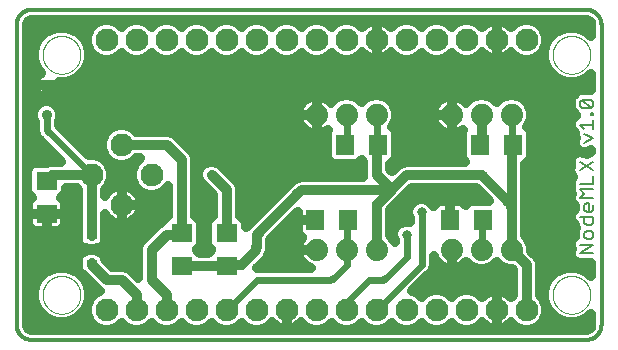
<source format=gtl>
G75*
%MOIN*%
%OFA0B0*%
%FSLAX25Y25*%
%IPPOS*%
%LPD*%
%AMOC8*
5,1,8,0,0,1.08239X$1,22.5*
%
%ADD10C,0.01200*%
%ADD11C,0.00800*%
%ADD12R,0.03268X0.02480*%
%ADD13C,0.07400*%
%ADD14R,0.07087X0.06299*%
%ADD15R,0.06299X0.07087*%
%ADD16C,0.07600*%
%ADD17C,0.00000*%
%ADD18C,0.03500*%
%ADD19C,0.03200*%
%ADD20C,0.03200*%
%ADD21C,0.02400*%
D10*
X0032600Y0017600D02*
X0217600Y0017600D01*
X0217740Y0017602D01*
X0217880Y0017608D01*
X0218020Y0017618D01*
X0218160Y0017631D01*
X0218299Y0017649D01*
X0218438Y0017671D01*
X0218575Y0017696D01*
X0218713Y0017725D01*
X0218849Y0017758D01*
X0218984Y0017795D01*
X0219118Y0017836D01*
X0219251Y0017881D01*
X0219383Y0017929D01*
X0219513Y0017981D01*
X0219642Y0018036D01*
X0219769Y0018095D01*
X0219895Y0018158D01*
X0220019Y0018224D01*
X0220140Y0018293D01*
X0220260Y0018366D01*
X0220378Y0018443D01*
X0220493Y0018522D01*
X0220607Y0018605D01*
X0220717Y0018691D01*
X0220826Y0018780D01*
X0220932Y0018872D01*
X0221035Y0018967D01*
X0221136Y0019064D01*
X0221233Y0019165D01*
X0221328Y0019268D01*
X0221420Y0019374D01*
X0221509Y0019483D01*
X0221595Y0019593D01*
X0221678Y0019707D01*
X0221757Y0019822D01*
X0221834Y0019940D01*
X0221907Y0020060D01*
X0221976Y0020181D01*
X0222042Y0020305D01*
X0222105Y0020431D01*
X0222164Y0020558D01*
X0222219Y0020687D01*
X0222271Y0020817D01*
X0222319Y0020949D01*
X0222364Y0021082D01*
X0222405Y0021216D01*
X0222442Y0021351D01*
X0222475Y0021487D01*
X0222504Y0021625D01*
X0222529Y0021762D01*
X0222551Y0021901D01*
X0222569Y0022040D01*
X0222582Y0022180D01*
X0222592Y0022320D01*
X0222598Y0022460D01*
X0222600Y0022600D01*
X0222600Y0122600D01*
X0222598Y0122740D01*
X0222592Y0122880D01*
X0222582Y0123020D01*
X0222569Y0123160D01*
X0222551Y0123299D01*
X0222529Y0123438D01*
X0222504Y0123575D01*
X0222475Y0123713D01*
X0222442Y0123849D01*
X0222405Y0123984D01*
X0222364Y0124118D01*
X0222319Y0124251D01*
X0222271Y0124383D01*
X0222219Y0124513D01*
X0222164Y0124642D01*
X0222105Y0124769D01*
X0222042Y0124895D01*
X0221976Y0125019D01*
X0221907Y0125140D01*
X0221834Y0125260D01*
X0221757Y0125378D01*
X0221678Y0125493D01*
X0221595Y0125607D01*
X0221509Y0125717D01*
X0221420Y0125826D01*
X0221328Y0125932D01*
X0221233Y0126035D01*
X0221136Y0126136D01*
X0221035Y0126233D01*
X0220932Y0126328D01*
X0220826Y0126420D01*
X0220717Y0126509D01*
X0220607Y0126595D01*
X0220493Y0126678D01*
X0220378Y0126757D01*
X0220260Y0126834D01*
X0220140Y0126907D01*
X0220019Y0126976D01*
X0219895Y0127042D01*
X0219769Y0127105D01*
X0219642Y0127164D01*
X0219513Y0127219D01*
X0219383Y0127271D01*
X0219251Y0127319D01*
X0219118Y0127364D01*
X0218984Y0127405D01*
X0218849Y0127442D01*
X0218713Y0127475D01*
X0218575Y0127504D01*
X0218438Y0127529D01*
X0218299Y0127551D01*
X0218160Y0127569D01*
X0218020Y0127582D01*
X0217880Y0127592D01*
X0217740Y0127598D01*
X0217600Y0127600D01*
X0032600Y0127600D01*
X0032460Y0127598D01*
X0032320Y0127592D01*
X0032180Y0127582D01*
X0032040Y0127569D01*
X0031901Y0127551D01*
X0031762Y0127529D01*
X0031625Y0127504D01*
X0031487Y0127475D01*
X0031351Y0127442D01*
X0031216Y0127405D01*
X0031082Y0127364D01*
X0030949Y0127319D01*
X0030817Y0127271D01*
X0030687Y0127219D01*
X0030558Y0127164D01*
X0030431Y0127105D01*
X0030305Y0127042D01*
X0030181Y0126976D01*
X0030060Y0126907D01*
X0029940Y0126834D01*
X0029822Y0126757D01*
X0029707Y0126678D01*
X0029593Y0126595D01*
X0029483Y0126509D01*
X0029374Y0126420D01*
X0029268Y0126328D01*
X0029165Y0126233D01*
X0029064Y0126136D01*
X0028967Y0126035D01*
X0028872Y0125932D01*
X0028780Y0125826D01*
X0028691Y0125717D01*
X0028605Y0125607D01*
X0028522Y0125493D01*
X0028443Y0125378D01*
X0028366Y0125260D01*
X0028293Y0125140D01*
X0028224Y0125019D01*
X0028158Y0124895D01*
X0028095Y0124769D01*
X0028036Y0124642D01*
X0027981Y0124513D01*
X0027929Y0124383D01*
X0027881Y0124251D01*
X0027836Y0124118D01*
X0027795Y0123984D01*
X0027758Y0123849D01*
X0027725Y0123713D01*
X0027696Y0123575D01*
X0027671Y0123438D01*
X0027649Y0123299D01*
X0027631Y0123160D01*
X0027618Y0123020D01*
X0027608Y0122880D01*
X0027602Y0122740D01*
X0027600Y0122600D01*
X0027600Y0022600D01*
X0027602Y0022460D01*
X0027608Y0022320D01*
X0027618Y0022180D01*
X0027631Y0022040D01*
X0027649Y0021901D01*
X0027671Y0021762D01*
X0027696Y0021625D01*
X0027725Y0021487D01*
X0027758Y0021351D01*
X0027795Y0021216D01*
X0027836Y0021082D01*
X0027881Y0020949D01*
X0027929Y0020817D01*
X0027981Y0020687D01*
X0028036Y0020558D01*
X0028095Y0020431D01*
X0028158Y0020305D01*
X0028224Y0020181D01*
X0028293Y0020060D01*
X0028366Y0019940D01*
X0028443Y0019822D01*
X0028522Y0019707D01*
X0028605Y0019593D01*
X0028691Y0019483D01*
X0028780Y0019374D01*
X0028872Y0019268D01*
X0028967Y0019165D01*
X0029064Y0019064D01*
X0029165Y0018967D01*
X0029268Y0018872D01*
X0029374Y0018780D01*
X0029483Y0018691D01*
X0029593Y0018605D01*
X0029707Y0018522D01*
X0029822Y0018443D01*
X0029940Y0018366D01*
X0030060Y0018293D01*
X0030181Y0018224D01*
X0030305Y0018158D01*
X0030431Y0018095D01*
X0030558Y0018036D01*
X0030687Y0017981D01*
X0030817Y0017929D01*
X0030949Y0017881D01*
X0031082Y0017836D01*
X0031216Y0017795D01*
X0031351Y0017758D01*
X0031487Y0017725D01*
X0031625Y0017696D01*
X0031762Y0017671D01*
X0031901Y0017649D01*
X0032040Y0017631D01*
X0032180Y0017618D01*
X0032320Y0017608D01*
X0032460Y0017602D01*
X0032600Y0017600D01*
D11*
X0215496Y0046527D02*
X0219700Y0049330D01*
X0215496Y0049330D01*
X0217598Y0051131D02*
X0218999Y0051131D01*
X0219700Y0051832D01*
X0219700Y0053233D01*
X0218999Y0053934D01*
X0217598Y0053934D01*
X0216898Y0053233D01*
X0216898Y0051832D01*
X0217598Y0051131D01*
X0217598Y0055735D02*
X0216898Y0056436D01*
X0216898Y0058538D01*
X0215496Y0058538D02*
X0219700Y0058538D01*
X0219700Y0056436D01*
X0218999Y0055735D01*
X0217598Y0055735D01*
X0217598Y0060339D02*
X0216898Y0061040D01*
X0216898Y0062441D01*
X0217598Y0063142D01*
X0218299Y0063142D01*
X0218299Y0060339D01*
X0218999Y0060339D02*
X0217598Y0060339D01*
X0218999Y0060339D02*
X0219700Y0061040D01*
X0219700Y0062441D01*
X0219700Y0064943D02*
X0215496Y0064943D01*
X0216898Y0066344D01*
X0215496Y0067745D01*
X0219700Y0067745D01*
X0219700Y0069547D02*
X0219700Y0072349D01*
X0219700Y0074151D02*
X0215496Y0076953D01*
X0215496Y0074151D02*
X0219700Y0076953D01*
X0216898Y0083359D02*
X0219700Y0084760D01*
X0216898Y0086161D01*
X0216898Y0087963D02*
X0215496Y0089364D01*
X0219700Y0089364D01*
X0219700Y0087963D02*
X0219700Y0090765D01*
X0219700Y0092567D02*
X0219700Y0093267D01*
X0218999Y0093267D01*
X0218999Y0092567D01*
X0219700Y0092567D01*
X0218999Y0094869D02*
X0216197Y0094869D01*
X0215496Y0095569D01*
X0215496Y0096970D01*
X0216197Y0097671D01*
X0218999Y0094869D01*
X0219700Y0095569D01*
X0219700Y0096970D01*
X0218999Y0097671D01*
X0216197Y0097671D01*
X0215496Y0069547D02*
X0219700Y0069547D01*
X0219700Y0046527D02*
X0215496Y0046527D01*
D12*
X0052600Y0043072D03*
X0052600Y0052128D03*
D13*
X0127600Y0047600D03*
X0137600Y0047600D03*
X0147600Y0047600D03*
X0172600Y0047600D03*
X0182600Y0047600D03*
X0192600Y0047600D03*
X0192600Y0092600D03*
X0182600Y0092600D03*
X0172600Y0092600D03*
X0147600Y0092600D03*
X0137600Y0092600D03*
X0127600Y0092600D03*
D14*
X0097600Y0053112D03*
X0082600Y0053112D03*
X0082600Y0042088D03*
X0097600Y0042088D03*
X0037600Y0059588D03*
X0037600Y0070612D03*
D15*
X0127088Y0057600D03*
X0138112Y0057600D03*
X0172088Y0057600D03*
X0183112Y0057600D03*
X0182088Y0082600D03*
X0193112Y0082600D03*
X0148112Y0082600D03*
X0137088Y0082600D03*
D16*
X0137600Y0117600D03*
X0127600Y0117600D03*
X0117600Y0117600D03*
X0107600Y0117600D03*
X0097600Y0117600D03*
X0087600Y0117600D03*
X0077600Y0117600D03*
X0067600Y0117600D03*
X0057600Y0117600D03*
X0062600Y0082600D03*
X0052600Y0072600D03*
X0062600Y0062600D03*
X0072600Y0072600D03*
X0067600Y0027600D03*
X0057600Y0027600D03*
X0077600Y0027600D03*
X0087600Y0027600D03*
X0097600Y0027600D03*
X0107600Y0027600D03*
X0117600Y0027600D03*
X0127600Y0027600D03*
X0137600Y0027600D03*
X0147600Y0027600D03*
X0157600Y0027600D03*
X0167600Y0027600D03*
X0177600Y0027600D03*
X0187600Y0027600D03*
X0197600Y0027600D03*
X0197600Y0117600D03*
X0187600Y0117600D03*
X0177600Y0117600D03*
X0167600Y0117600D03*
X0157600Y0117600D03*
X0147600Y0117600D03*
D17*
X0206301Y0112600D02*
X0206303Y0112758D01*
X0206309Y0112916D01*
X0206319Y0113074D01*
X0206333Y0113232D01*
X0206351Y0113389D01*
X0206372Y0113546D01*
X0206398Y0113702D01*
X0206428Y0113858D01*
X0206461Y0114013D01*
X0206499Y0114166D01*
X0206540Y0114319D01*
X0206585Y0114471D01*
X0206634Y0114622D01*
X0206687Y0114771D01*
X0206743Y0114919D01*
X0206803Y0115065D01*
X0206867Y0115210D01*
X0206935Y0115353D01*
X0207006Y0115495D01*
X0207080Y0115635D01*
X0207158Y0115772D01*
X0207240Y0115908D01*
X0207324Y0116042D01*
X0207413Y0116173D01*
X0207504Y0116302D01*
X0207599Y0116429D01*
X0207696Y0116554D01*
X0207797Y0116676D01*
X0207901Y0116795D01*
X0208008Y0116912D01*
X0208118Y0117026D01*
X0208231Y0117137D01*
X0208346Y0117246D01*
X0208464Y0117351D01*
X0208585Y0117453D01*
X0208708Y0117553D01*
X0208834Y0117649D01*
X0208962Y0117742D01*
X0209092Y0117832D01*
X0209225Y0117918D01*
X0209360Y0118002D01*
X0209496Y0118081D01*
X0209635Y0118158D01*
X0209776Y0118230D01*
X0209918Y0118300D01*
X0210062Y0118365D01*
X0210208Y0118427D01*
X0210355Y0118485D01*
X0210504Y0118540D01*
X0210654Y0118591D01*
X0210805Y0118638D01*
X0210957Y0118681D01*
X0211110Y0118720D01*
X0211265Y0118756D01*
X0211420Y0118787D01*
X0211576Y0118815D01*
X0211732Y0118839D01*
X0211889Y0118859D01*
X0212047Y0118875D01*
X0212204Y0118887D01*
X0212363Y0118895D01*
X0212521Y0118899D01*
X0212679Y0118899D01*
X0212837Y0118895D01*
X0212996Y0118887D01*
X0213153Y0118875D01*
X0213311Y0118859D01*
X0213468Y0118839D01*
X0213624Y0118815D01*
X0213780Y0118787D01*
X0213935Y0118756D01*
X0214090Y0118720D01*
X0214243Y0118681D01*
X0214395Y0118638D01*
X0214546Y0118591D01*
X0214696Y0118540D01*
X0214845Y0118485D01*
X0214992Y0118427D01*
X0215138Y0118365D01*
X0215282Y0118300D01*
X0215424Y0118230D01*
X0215565Y0118158D01*
X0215704Y0118081D01*
X0215840Y0118002D01*
X0215975Y0117918D01*
X0216108Y0117832D01*
X0216238Y0117742D01*
X0216366Y0117649D01*
X0216492Y0117553D01*
X0216615Y0117453D01*
X0216736Y0117351D01*
X0216854Y0117246D01*
X0216969Y0117137D01*
X0217082Y0117026D01*
X0217192Y0116912D01*
X0217299Y0116795D01*
X0217403Y0116676D01*
X0217504Y0116554D01*
X0217601Y0116429D01*
X0217696Y0116302D01*
X0217787Y0116173D01*
X0217876Y0116042D01*
X0217960Y0115908D01*
X0218042Y0115772D01*
X0218120Y0115635D01*
X0218194Y0115495D01*
X0218265Y0115353D01*
X0218333Y0115210D01*
X0218397Y0115065D01*
X0218457Y0114919D01*
X0218513Y0114771D01*
X0218566Y0114622D01*
X0218615Y0114471D01*
X0218660Y0114319D01*
X0218701Y0114166D01*
X0218739Y0114013D01*
X0218772Y0113858D01*
X0218802Y0113702D01*
X0218828Y0113546D01*
X0218849Y0113389D01*
X0218867Y0113232D01*
X0218881Y0113074D01*
X0218891Y0112916D01*
X0218897Y0112758D01*
X0218899Y0112600D01*
X0218897Y0112442D01*
X0218891Y0112284D01*
X0218881Y0112126D01*
X0218867Y0111968D01*
X0218849Y0111811D01*
X0218828Y0111654D01*
X0218802Y0111498D01*
X0218772Y0111342D01*
X0218739Y0111187D01*
X0218701Y0111034D01*
X0218660Y0110881D01*
X0218615Y0110729D01*
X0218566Y0110578D01*
X0218513Y0110429D01*
X0218457Y0110281D01*
X0218397Y0110135D01*
X0218333Y0109990D01*
X0218265Y0109847D01*
X0218194Y0109705D01*
X0218120Y0109565D01*
X0218042Y0109428D01*
X0217960Y0109292D01*
X0217876Y0109158D01*
X0217787Y0109027D01*
X0217696Y0108898D01*
X0217601Y0108771D01*
X0217504Y0108646D01*
X0217403Y0108524D01*
X0217299Y0108405D01*
X0217192Y0108288D01*
X0217082Y0108174D01*
X0216969Y0108063D01*
X0216854Y0107954D01*
X0216736Y0107849D01*
X0216615Y0107747D01*
X0216492Y0107647D01*
X0216366Y0107551D01*
X0216238Y0107458D01*
X0216108Y0107368D01*
X0215975Y0107282D01*
X0215840Y0107198D01*
X0215704Y0107119D01*
X0215565Y0107042D01*
X0215424Y0106970D01*
X0215282Y0106900D01*
X0215138Y0106835D01*
X0214992Y0106773D01*
X0214845Y0106715D01*
X0214696Y0106660D01*
X0214546Y0106609D01*
X0214395Y0106562D01*
X0214243Y0106519D01*
X0214090Y0106480D01*
X0213935Y0106444D01*
X0213780Y0106413D01*
X0213624Y0106385D01*
X0213468Y0106361D01*
X0213311Y0106341D01*
X0213153Y0106325D01*
X0212996Y0106313D01*
X0212837Y0106305D01*
X0212679Y0106301D01*
X0212521Y0106301D01*
X0212363Y0106305D01*
X0212204Y0106313D01*
X0212047Y0106325D01*
X0211889Y0106341D01*
X0211732Y0106361D01*
X0211576Y0106385D01*
X0211420Y0106413D01*
X0211265Y0106444D01*
X0211110Y0106480D01*
X0210957Y0106519D01*
X0210805Y0106562D01*
X0210654Y0106609D01*
X0210504Y0106660D01*
X0210355Y0106715D01*
X0210208Y0106773D01*
X0210062Y0106835D01*
X0209918Y0106900D01*
X0209776Y0106970D01*
X0209635Y0107042D01*
X0209496Y0107119D01*
X0209360Y0107198D01*
X0209225Y0107282D01*
X0209092Y0107368D01*
X0208962Y0107458D01*
X0208834Y0107551D01*
X0208708Y0107647D01*
X0208585Y0107747D01*
X0208464Y0107849D01*
X0208346Y0107954D01*
X0208231Y0108063D01*
X0208118Y0108174D01*
X0208008Y0108288D01*
X0207901Y0108405D01*
X0207797Y0108524D01*
X0207696Y0108646D01*
X0207599Y0108771D01*
X0207504Y0108898D01*
X0207413Y0109027D01*
X0207324Y0109158D01*
X0207240Y0109292D01*
X0207158Y0109428D01*
X0207080Y0109565D01*
X0207006Y0109705D01*
X0206935Y0109847D01*
X0206867Y0109990D01*
X0206803Y0110135D01*
X0206743Y0110281D01*
X0206687Y0110429D01*
X0206634Y0110578D01*
X0206585Y0110729D01*
X0206540Y0110881D01*
X0206499Y0111034D01*
X0206461Y0111187D01*
X0206428Y0111342D01*
X0206398Y0111498D01*
X0206372Y0111654D01*
X0206351Y0111811D01*
X0206333Y0111968D01*
X0206319Y0112126D01*
X0206309Y0112284D01*
X0206303Y0112442D01*
X0206301Y0112600D01*
X0206301Y0032600D02*
X0206303Y0032758D01*
X0206309Y0032916D01*
X0206319Y0033074D01*
X0206333Y0033232D01*
X0206351Y0033389D01*
X0206372Y0033546D01*
X0206398Y0033702D01*
X0206428Y0033858D01*
X0206461Y0034013D01*
X0206499Y0034166D01*
X0206540Y0034319D01*
X0206585Y0034471D01*
X0206634Y0034622D01*
X0206687Y0034771D01*
X0206743Y0034919D01*
X0206803Y0035065D01*
X0206867Y0035210D01*
X0206935Y0035353D01*
X0207006Y0035495D01*
X0207080Y0035635D01*
X0207158Y0035772D01*
X0207240Y0035908D01*
X0207324Y0036042D01*
X0207413Y0036173D01*
X0207504Y0036302D01*
X0207599Y0036429D01*
X0207696Y0036554D01*
X0207797Y0036676D01*
X0207901Y0036795D01*
X0208008Y0036912D01*
X0208118Y0037026D01*
X0208231Y0037137D01*
X0208346Y0037246D01*
X0208464Y0037351D01*
X0208585Y0037453D01*
X0208708Y0037553D01*
X0208834Y0037649D01*
X0208962Y0037742D01*
X0209092Y0037832D01*
X0209225Y0037918D01*
X0209360Y0038002D01*
X0209496Y0038081D01*
X0209635Y0038158D01*
X0209776Y0038230D01*
X0209918Y0038300D01*
X0210062Y0038365D01*
X0210208Y0038427D01*
X0210355Y0038485D01*
X0210504Y0038540D01*
X0210654Y0038591D01*
X0210805Y0038638D01*
X0210957Y0038681D01*
X0211110Y0038720D01*
X0211265Y0038756D01*
X0211420Y0038787D01*
X0211576Y0038815D01*
X0211732Y0038839D01*
X0211889Y0038859D01*
X0212047Y0038875D01*
X0212204Y0038887D01*
X0212363Y0038895D01*
X0212521Y0038899D01*
X0212679Y0038899D01*
X0212837Y0038895D01*
X0212996Y0038887D01*
X0213153Y0038875D01*
X0213311Y0038859D01*
X0213468Y0038839D01*
X0213624Y0038815D01*
X0213780Y0038787D01*
X0213935Y0038756D01*
X0214090Y0038720D01*
X0214243Y0038681D01*
X0214395Y0038638D01*
X0214546Y0038591D01*
X0214696Y0038540D01*
X0214845Y0038485D01*
X0214992Y0038427D01*
X0215138Y0038365D01*
X0215282Y0038300D01*
X0215424Y0038230D01*
X0215565Y0038158D01*
X0215704Y0038081D01*
X0215840Y0038002D01*
X0215975Y0037918D01*
X0216108Y0037832D01*
X0216238Y0037742D01*
X0216366Y0037649D01*
X0216492Y0037553D01*
X0216615Y0037453D01*
X0216736Y0037351D01*
X0216854Y0037246D01*
X0216969Y0037137D01*
X0217082Y0037026D01*
X0217192Y0036912D01*
X0217299Y0036795D01*
X0217403Y0036676D01*
X0217504Y0036554D01*
X0217601Y0036429D01*
X0217696Y0036302D01*
X0217787Y0036173D01*
X0217876Y0036042D01*
X0217960Y0035908D01*
X0218042Y0035772D01*
X0218120Y0035635D01*
X0218194Y0035495D01*
X0218265Y0035353D01*
X0218333Y0035210D01*
X0218397Y0035065D01*
X0218457Y0034919D01*
X0218513Y0034771D01*
X0218566Y0034622D01*
X0218615Y0034471D01*
X0218660Y0034319D01*
X0218701Y0034166D01*
X0218739Y0034013D01*
X0218772Y0033858D01*
X0218802Y0033702D01*
X0218828Y0033546D01*
X0218849Y0033389D01*
X0218867Y0033232D01*
X0218881Y0033074D01*
X0218891Y0032916D01*
X0218897Y0032758D01*
X0218899Y0032600D01*
X0218897Y0032442D01*
X0218891Y0032284D01*
X0218881Y0032126D01*
X0218867Y0031968D01*
X0218849Y0031811D01*
X0218828Y0031654D01*
X0218802Y0031498D01*
X0218772Y0031342D01*
X0218739Y0031187D01*
X0218701Y0031034D01*
X0218660Y0030881D01*
X0218615Y0030729D01*
X0218566Y0030578D01*
X0218513Y0030429D01*
X0218457Y0030281D01*
X0218397Y0030135D01*
X0218333Y0029990D01*
X0218265Y0029847D01*
X0218194Y0029705D01*
X0218120Y0029565D01*
X0218042Y0029428D01*
X0217960Y0029292D01*
X0217876Y0029158D01*
X0217787Y0029027D01*
X0217696Y0028898D01*
X0217601Y0028771D01*
X0217504Y0028646D01*
X0217403Y0028524D01*
X0217299Y0028405D01*
X0217192Y0028288D01*
X0217082Y0028174D01*
X0216969Y0028063D01*
X0216854Y0027954D01*
X0216736Y0027849D01*
X0216615Y0027747D01*
X0216492Y0027647D01*
X0216366Y0027551D01*
X0216238Y0027458D01*
X0216108Y0027368D01*
X0215975Y0027282D01*
X0215840Y0027198D01*
X0215704Y0027119D01*
X0215565Y0027042D01*
X0215424Y0026970D01*
X0215282Y0026900D01*
X0215138Y0026835D01*
X0214992Y0026773D01*
X0214845Y0026715D01*
X0214696Y0026660D01*
X0214546Y0026609D01*
X0214395Y0026562D01*
X0214243Y0026519D01*
X0214090Y0026480D01*
X0213935Y0026444D01*
X0213780Y0026413D01*
X0213624Y0026385D01*
X0213468Y0026361D01*
X0213311Y0026341D01*
X0213153Y0026325D01*
X0212996Y0026313D01*
X0212837Y0026305D01*
X0212679Y0026301D01*
X0212521Y0026301D01*
X0212363Y0026305D01*
X0212204Y0026313D01*
X0212047Y0026325D01*
X0211889Y0026341D01*
X0211732Y0026361D01*
X0211576Y0026385D01*
X0211420Y0026413D01*
X0211265Y0026444D01*
X0211110Y0026480D01*
X0210957Y0026519D01*
X0210805Y0026562D01*
X0210654Y0026609D01*
X0210504Y0026660D01*
X0210355Y0026715D01*
X0210208Y0026773D01*
X0210062Y0026835D01*
X0209918Y0026900D01*
X0209776Y0026970D01*
X0209635Y0027042D01*
X0209496Y0027119D01*
X0209360Y0027198D01*
X0209225Y0027282D01*
X0209092Y0027368D01*
X0208962Y0027458D01*
X0208834Y0027551D01*
X0208708Y0027647D01*
X0208585Y0027747D01*
X0208464Y0027849D01*
X0208346Y0027954D01*
X0208231Y0028063D01*
X0208118Y0028174D01*
X0208008Y0028288D01*
X0207901Y0028405D01*
X0207797Y0028524D01*
X0207696Y0028646D01*
X0207599Y0028771D01*
X0207504Y0028898D01*
X0207413Y0029027D01*
X0207324Y0029158D01*
X0207240Y0029292D01*
X0207158Y0029428D01*
X0207080Y0029565D01*
X0207006Y0029705D01*
X0206935Y0029847D01*
X0206867Y0029990D01*
X0206803Y0030135D01*
X0206743Y0030281D01*
X0206687Y0030429D01*
X0206634Y0030578D01*
X0206585Y0030729D01*
X0206540Y0030881D01*
X0206499Y0031034D01*
X0206461Y0031187D01*
X0206428Y0031342D01*
X0206398Y0031498D01*
X0206372Y0031654D01*
X0206351Y0031811D01*
X0206333Y0031968D01*
X0206319Y0032126D01*
X0206309Y0032284D01*
X0206303Y0032442D01*
X0206301Y0032600D01*
X0036301Y0032600D02*
X0036303Y0032758D01*
X0036309Y0032916D01*
X0036319Y0033074D01*
X0036333Y0033232D01*
X0036351Y0033389D01*
X0036372Y0033546D01*
X0036398Y0033702D01*
X0036428Y0033858D01*
X0036461Y0034013D01*
X0036499Y0034166D01*
X0036540Y0034319D01*
X0036585Y0034471D01*
X0036634Y0034622D01*
X0036687Y0034771D01*
X0036743Y0034919D01*
X0036803Y0035065D01*
X0036867Y0035210D01*
X0036935Y0035353D01*
X0037006Y0035495D01*
X0037080Y0035635D01*
X0037158Y0035772D01*
X0037240Y0035908D01*
X0037324Y0036042D01*
X0037413Y0036173D01*
X0037504Y0036302D01*
X0037599Y0036429D01*
X0037696Y0036554D01*
X0037797Y0036676D01*
X0037901Y0036795D01*
X0038008Y0036912D01*
X0038118Y0037026D01*
X0038231Y0037137D01*
X0038346Y0037246D01*
X0038464Y0037351D01*
X0038585Y0037453D01*
X0038708Y0037553D01*
X0038834Y0037649D01*
X0038962Y0037742D01*
X0039092Y0037832D01*
X0039225Y0037918D01*
X0039360Y0038002D01*
X0039496Y0038081D01*
X0039635Y0038158D01*
X0039776Y0038230D01*
X0039918Y0038300D01*
X0040062Y0038365D01*
X0040208Y0038427D01*
X0040355Y0038485D01*
X0040504Y0038540D01*
X0040654Y0038591D01*
X0040805Y0038638D01*
X0040957Y0038681D01*
X0041110Y0038720D01*
X0041265Y0038756D01*
X0041420Y0038787D01*
X0041576Y0038815D01*
X0041732Y0038839D01*
X0041889Y0038859D01*
X0042047Y0038875D01*
X0042204Y0038887D01*
X0042363Y0038895D01*
X0042521Y0038899D01*
X0042679Y0038899D01*
X0042837Y0038895D01*
X0042996Y0038887D01*
X0043153Y0038875D01*
X0043311Y0038859D01*
X0043468Y0038839D01*
X0043624Y0038815D01*
X0043780Y0038787D01*
X0043935Y0038756D01*
X0044090Y0038720D01*
X0044243Y0038681D01*
X0044395Y0038638D01*
X0044546Y0038591D01*
X0044696Y0038540D01*
X0044845Y0038485D01*
X0044992Y0038427D01*
X0045138Y0038365D01*
X0045282Y0038300D01*
X0045424Y0038230D01*
X0045565Y0038158D01*
X0045704Y0038081D01*
X0045840Y0038002D01*
X0045975Y0037918D01*
X0046108Y0037832D01*
X0046238Y0037742D01*
X0046366Y0037649D01*
X0046492Y0037553D01*
X0046615Y0037453D01*
X0046736Y0037351D01*
X0046854Y0037246D01*
X0046969Y0037137D01*
X0047082Y0037026D01*
X0047192Y0036912D01*
X0047299Y0036795D01*
X0047403Y0036676D01*
X0047504Y0036554D01*
X0047601Y0036429D01*
X0047696Y0036302D01*
X0047787Y0036173D01*
X0047876Y0036042D01*
X0047960Y0035908D01*
X0048042Y0035772D01*
X0048120Y0035635D01*
X0048194Y0035495D01*
X0048265Y0035353D01*
X0048333Y0035210D01*
X0048397Y0035065D01*
X0048457Y0034919D01*
X0048513Y0034771D01*
X0048566Y0034622D01*
X0048615Y0034471D01*
X0048660Y0034319D01*
X0048701Y0034166D01*
X0048739Y0034013D01*
X0048772Y0033858D01*
X0048802Y0033702D01*
X0048828Y0033546D01*
X0048849Y0033389D01*
X0048867Y0033232D01*
X0048881Y0033074D01*
X0048891Y0032916D01*
X0048897Y0032758D01*
X0048899Y0032600D01*
X0048897Y0032442D01*
X0048891Y0032284D01*
X0048881Y0032126D01*
X0048867Y0031968D01*
X0048849Y0031811D01*
X0048828Y0031654D01*
X0048802Y0031498D01*
X0048772Y0031342D01*
X0048739Y0031187D01*
X0048701Y0031034D01*
X0048660Y0030881D01*
X0048615Y0030729D01*
X0048566Y0030578D01*
X0048513Y0030429D01*
X0048457Y0030281D01*
X0048397Y0030135D01*
X0048333Y0029990D01*
X0048265Y0029847D01*
X0048194Y0029705D01*
X0048120Y0029565D01*
X0048042Y0029428D01*
X0047960Y0029292D01*
X0047876Y0029158D01*
X0047787Y0029027D01*
X0047696Y0028898D01*
X0047601Y0028771D01*
X0047504Y0028646D01*
X0047403Y0028524D01*
X0047299Y0028405D01*
X0047192Y0028288D01*
X0047082Y0028174D01*
X0046969Y0028063D01*
X0046854Y0027954D01*
X0046736Y0027849D01*
X0046615Y0027747D01*
X0046492Y0027647D01*
X0046366Y0027551D01*
X0046238Y0027458D01*
X0046108Y0027368D01*
X0045975Y0027282D01*
X0045840Y0027198D01*
X0045704Y0027119D01*
X0045565Y0027042D01*
X0045424Y0026970D01*
X0045282Y0026900D01*
X0045138Y0026835D01*
X0044992Y0026773D01*
X0044845Y0026715D01*
X0044696Y0026660D01*
X0044546Y0026609D01*
X0044395Y0026562D01*
X0044243Y0026519D01*
X0044090Y0026480D01*
X0043935Y0026444D01*
X0043780Y0026413D01*
X0043624Y0026385D01*
X0043468Y0026361D01*
X0043311Y0026341D01*
X0043153Y0026325D01*
X0042996Y0026313D01*
X0042837Y0026305D01*
X0042679Y0026301D01*
X0042521Y0026301D01*
X0042363Y0026305D01*
X0042204Y0026313D01*
X0042047Y0026325D01*
X0041889Y0026341D01*
X0041732Y0026361D01*
X0041576Y0026385D01*
X0041420Y0026413D01*
X0041265Y0026444D01*
X0041110Y0026480D01*
X0040957Y0026519D01*
X0040805Y0026562D01*
X0040654Y0026609D01*
X0040504Y0026660D01*
X0040355Y0026715D01*
X0040208Y0026773D01*
X0040062Y0026835D01*
X0039918Y0026900D01*
X0039776Y0026970D01*
X0039635Y0027042D01*
X0039496Y0027119D01*
X0039360Y0027198D01*
X0039225Y0027282D01*
X0039092Y0027368D01*
X0038962Y0027458D01*
X0038834Y0027551D01*
X0038708Y0027647D01*
X0038585Y0027747D01*
X0038464Y0027849D01*
X0038346Y0027954D01*
X0038231Y0028063D01*
X0038118Y0028174D01*
X0038008Y0028288D01*
X0037901Y0028405D01*
X0037797Y0028524D01*
X0037696Y0028646D01*
X0037599Y0028771D01*
X0037504Y0028898D01*
X0037413Y0029027D01*
X0037324Y0029158D01*
X0037240Y0029292D01*
X0037158Y0029428D01*
X0037080Y0029565D01*
X0037006Y0029705D01*
X0036935Y0029847D01*
X0036867Y0029990D01*
X0036803Y0030135D01*
X0036743Y0030281D01*
X0036687Y0030429D01*
X0036634Y0030578D01*
X0036585Y0030729D01*
X0036540Y0030881D01*
X0036499Y0031034D01*
X0036461Y0031187D01*
X0036428Y0031342D01*
X0036398Y0031498D01*
X0036372Y0031654D01*
X0036351Y0031811D01*
X0036333Y0031968D01*
X0036319Y0032126D01*
X0036309Y0032284D01*
X0036303Y0032442D01*
X0036301Y0032600D01*
X0036301Y0112600D02*
X0036303Y0112758D01*
X0036309Y0112916D01*
X0036319Y0113074D01*
X0036333Y0113232D01*
X0036351Y0113389D01*
X0036372Y0113546D01*
X0036398Y0113702D01*
X0036428Y0113858D01*
X0036461Y0114013D01*
X0036499Y0114166D01*
X0036540Y0114319D01*
X0036585Y0114471D01*
X0036634Y0114622D01*
X0036687Y0114771D01*
X0036743Y0114919D01*
X0036803Y0115065D01*
X0036867Y0115210D01*
X0036935Y0115353D01*
X0037006Y0115495D01*
X0037080Y0115635D01*
X0037158Y0115772D01*
X0037240Y0115908D01*
X0037324Y0116042D01*
X0037413Y0116173D01*
X0037504Y0116302D01*
X0037599Y0116429D01*
X0037696Y0116554D01*
X0037797Y0116676D01*
X0037901Y0116795D01*
X0038008Y0116912D01*
X0038118Y0117026D01*
X0038231Y0117137D01*
X0038346Y0117246D01*
X0038464Y0117351D01*
X0038585Y0117453D01*
X0038708Y0117553D01*
X0038834Y0117649D01*
X0038962Y0117742D01*
X0039092Y0117832D01*
X0039225Y0117918D01*
X0039360Y0118002D01*
X0039496Y0118081D01*
X0039635Y0118158D01*
X0039776Y0118230D01*
X0039918Y0118300D01*
X0040062Y0118365D01*
X0040208Y0118427D01*
X0040355Y0118485D01*
X0040504Y0118540D01*
X0040654Y0118591D01*
X0040805Y0118638D01*
X0040957Y0118681D01*
X0041110Y0118720D01*
X0041265Y0118756D01*
X0041420Y0118787D01*
X0041576Y0118815D01*
X0041732Y0118839D01*
X0041889Y0118859D01*
X0042047Y0118875D01*
X0042204Y0118887D01*
X0042363Y0118895D01*
X0042521Y0118899D01*
X0042679Y0118899D01*
X0042837Y0118895D01*
X0042996Y0118887D01*
X0043153Y0118875D01*
X0043311Y0118859D01*
X0043468Y0118839D01*
X0043624Y0118815D01*
X0043780Y0118787D01*
X0043935Y0118756D01*
X0044090Y0118720D01*
X0044243Y0118681D01*
X0044395Y0118638D01*
X0044546Y0118591D01*
X0044696Y0118540D01*
X0044845Y0118485D01*
X0044992Y0118427D01*
X0045138Y0118365D01*
X0045282Y0118300D01*
X0045424Y0118230D01*
X0045565Y0118158D01*
X0045704Y0118081D01*
X0045840Y0118002D01*
X0045975Y0117918D01*
X0046108Y0117832D01*
X0046238Y0117742D01*
X0046366Y0117649D01*
X0046492Y0117553D01*
X0046615Y0117453D01*
X0046736Y0117351D01*
X0046854Y0117246D01*
X0046969Y0117137D01*
X0047082Y0117026D01*
X0047192Y0116912D01*
X0047299Y0116795D01*
X0047403Y0116676D01*
X0047504Y0116554D01*
X0047601Y0116429D01*
X0047696Y0116302D01*
X0047787Y0116173D01*
X0047876Y0116042D01*
X0047960Y0115908D01*
X0048042Y0115772D01*
X0048120Y0115635D01*
X0048194Y0115495D01*
X0048265Y0115353D01*
X0048333Y0115210D01*
X0048397Y0115065D01*
X0048457Y0114919D01*
X0048513Y0114771D01*
X0048566Y0114622D01*
X0048615Y0114471D01*
X0048660Y0114319D01*
X0048701Y0114166D01*
X0048739Y0114013D01*
X0048772Y0113858D01*
X0048802Y0113702D01*
X0048828Y0113546D01*
X0048849Y0113389D01*
X0048867Y0113232D01*
X0048881Y0113074D01*
X0048891Y0112916D01*
X0048897Y0112758D01*
X0048899Y0112600D01*
X0048897Y0112442D01*
X0048891Y0112284D01*
X0048881Y0112126D01*
X0048867Y0111968D01*
X0048849Y0111811D01*
X0048828Y0111654D01*
X0048802Y0111498D01*
X0048772Y0111342D01*
X0048739Y0111187D01*
X0048701Y0111034D01*
X0048660Y0110881D01*
X0048615Y0110729D01*
X0048566Y0110578D01*
X0048513Y0110429D01*
X0048457Y0110281D01*
X0048397Y0110135D01*
X0048333Y0109990D01*
X0048265Y0109847D01*
X0048194Y0109705D01*
X0048120Y0109565D01*
X0048042Y0109428D01*
X0047960Y0109292D01*
X0047876Y0109158D01*
X0047787Y0109027D01*
X0047696Y0108898D01*
X0047601Y0108771D01*
X0047504Y0108646D01*
X0047403Y0108524D01*
X0047299Y0108405D01*
X0047192Y0108288D01*
X0047082Y0108174D01*
X0046969Y0108063D01*
X0046854Y0107954D01*
X0046736Y0107849D01*
X0046615Y0107747D01*
X0046492Y0107647D01*
X0046366Y0107551D01*
X0046238Y0107458D01*
X0046108Y0107368D01*
X0045975Y0107282D01*
X0045840Y0107198D01*
X0045704Y0107119D01*
X0045565Y0107042D01*
X0045424Y0106970D01*
X0045282Y0106900D01*
X0045138Y0106835D01*
X0044992Y0106773D01*
X0044845Y0106715D01*
X0044696Y0106660D01*
X0044546Y0106609D01*
X0044395Y0106562D01*
X0044243Y0106519D01*
X0044090Y0106480D01*
X0043935Y0106444D01*
X0043780Y0106413D01*
X0043624Y0106385D01*
X0043468Y0106361D01*
X0043311Y0106341D01*
X0043153Y0106325D01*
X0042996Y0106313D01*
X0042837Y0106305D01*
X0042679Y0106301D01*
X0042521Y0106301D01*
X0042363Y0106305D01*
X0042204Y0106313D01*
X0042047Y0106325D01*
X0041889Y0106341D01*
X0041732Y0106361D01*
X0041576Y0106385D01*
X0041420Y0106413D01*
X0041265Y0106444D01*
X0041110Y0106480D01*
X0040957Y0106519D01*
X0040805Y0106562D01*
X0040654Y0106609D01*
X0040504Y0106660D01*
X0040355Y0106715D01*
X0040208Y0106773D01*
X0040062Y0106835D01*
X0039918Y0106900D01*
X0039776Y0106970D01*
X0039635Y0107042D01*
X0039496Y0107119D01*
X0039360Y0107198D01*
X0039225Y0107282D01*
X0039092Y0107368D01*
X0038962Y0107458D01*
X0038834Y0107551D01*
X0038708Y0107647D01*
X0038585Y0107747D01*
X0038464Y0107849D01*
X0038346Y0107954D01*
X0038231Y0108063D01*
X0038118Y0108174D01*
X0038008Y0108288D01*
X0037901Y0108405D01*
X0037797Y0108524D01*
X0037696Y0108646D01*
X0037599Y0108771D01*
X0037504Y0108898D01*
X0037413Y0109027D01*
X0037324Y0109158D01*
X0037240Y0109292D01*
X0037158Y0109428D01*
X0037080Y0109565D01*
X0037006Y0109705D01*
X0036935Y0109847D01*
X0036867Y0109990D01*
X0036803Y0110135D01*
X0036743Y0110281D01*
X0036687Y0110429D01*
X0036634Y0110578D01*
X0036585Y0110729D01*
X0036540Y0110881D01*
X0036499Y0111034D01*
X0036461Y0111187D01*
X0036428Y0111342D01*
X0036398Y0111498D01*
X0036372Y0111654D01*
X0036351Y0111811D01*
X0036333Y0111968D01*
X0036319Y0112126D01*
X0036309Y0112284D01*
X0036303Y0112442D01*
X0036301Y0112600D01*
D18*
X0037600Y0102600D03*
X0037600Y0092600D03*
D19*
X0041457Y0095177D02*
X0040177Y0096457D01*
X0038505Y0097150D01*
X0036695Y0097150D01*
X0035023Y0096457D01*
X0033743Y0095177D01*
X0033050Y0093505D01*
X0033050Y0091695D01*
X0033600Y0090367D01*
X0033600Y0087343D01*
X0034590Y0084954D01*
X0034590Y0084954D01*
X0034941Y0084602D01*
X0042543Y0077000D01*
X0038713Y0077000D01*
X0037654Y0076561D01*
X0033500Y0076561D01*
X0032471Y0076135D01*
X0031683Y0075347D01*
X0031257Y0074318D01*
X0031257Y0066905D01*
X0031683Y0065876D01*
X0032471Y0065088D01*
X0032733Y0064980D01*
X0032399Y0064757D01*
X0032037Y0064395D01*
X0031753Y0063969D01*
X0031557Y0063496D01*
X0031457Y0062994D01*
X0031457Y0059588D01*
X0031457Y0056182D01*
X0031557Y0055680D01*
X0031753Y0055207D01*
X0032037Y0054781D01*
X0032399Y0054419D01*
X0032825Y0054134D01*
X0033298Y0053938D01*
X0033801Y0053839D01*
X0037600Y0053839D01*
X0041399Y0053839D01*
X0041902Y0053938D01*
X0042375Y0054134D01*
X0042801Y0054419D01*
X0043163Y0054781D01*
X0043447Y0055207D01*
X0043643Y0055680D01*
X0043743Y0056182D01*
X0043743Y0059588D01*
X0037600Y0059588D01*
X0037600Y0053839D01*
X0037600Y0059588D01*
X0037600Y0059588D01*
X0037600Y0059588D01*
X0031457Y0059588D01*
X0037600Y0059588D01*
X0037600Y0059588D01*
X0043743Y0059588D01*
X0043743Y0062994D01*
X0043643Y0063496D01*
X0043447Y0063969D01*
X0043163Y0064395D01*
X0042801Y0064757D01*
X0042467Y0064980D01*
X0042729Y0065088D01*
X0043517Y0065876D01*
X0043943Y0066905D01*
X0043943Y0068200D01*
X0047666Y0068200D01*
X0048200Y0067666D01*
X0048200Y0054006D01*
X0048166Y0053925D01*
X0048166Y0050330D01*
X0048592Y0049301D01*
X0049380Y0048514D01*
X0050409Y0048087D01*
X0050856Y0048087D01*
X0051725Y0047728D01*
X0053475Y0047728D01*
X0054344Y0048087D01*
X0054791Y0048087D01*
X0055820Y0048514D01*
X0056608Y0049301D01*
X0057034Y0050330D01*
X0057034Y0053925D01*
X0057000Y0054006D01*
X0057000Y0059500D01*
X0057267Y0059037D01*
X0057778Y0058371D01*
X0058371Y0057778D01*
X0059037Y0057267D01*
X0059763Y0056848D01*
X0060538Y0056527D01*
X0061349Y0056310D01*
X0062181Y0056200D01*
X0062600Y0056200D01*
X0063019Y0056200D01*
X0063851Y0056310D01*
X0064662Y0056527D01*
X0065437Y0056848D01*
X0066163Y0057267D01*
X0066829Y0057778D01*
X0067422Y0058371D01*
X0067933Y0059037D01*
X0068352Y0059763D01*
X0068673Y0060538D01*
X0068890Y0061349D01*
X0069000Y0062181D01*
X0069000Y0062600D01*
X0069000Y0063019D01*
X0068890Y0063851D01*
X0068673Y0064662D01*
X0068352Y0065437D01*
X0067933Y0066163D01*
X0067422Y0066829D01*
X0066829Y0067422D01*
X0066163Y0067933D01*
X0065437Y0068352D01*
X0064662Y0068673D01*
X0063851Y0068890D01*
X0063019Y0069000D01*
X0062600Y0069000D01*
X0062600Y0062600D01*
X0062600Y0062600D01*
X0069000Y0062600D01*
X0062600Y0062600D01*
X0062600Y0062600D01*
X0062600Y0069000D01*
X0062181Y0069000D01*
X0061349Y0068890D01*
X0060538Y0068673D01*
X0059763Y0068352D01*
X0059037Y0067933D01*
X0058371Y0067422D01*
X0057778Y0066829D01*
X0057267Y0066163D01*
X0057000Y0065700D01*
X0057000Y0067666D01*
X0058195Y0068861D01*
X0059200Y0071287D01*
X0059200Y0073913D01*
X0058195Y0076339D01*
X0056339Y0078195D01*
X0053913Y0079200D01*
X0051657Y0079200D01*
X0041600Y0089257D01*
X0041600Y0090367D01*
X0042150Y0091695D01*
X0042150Y0093505D01*
X0041457Y0095177D01*
X0040873Y0095761D02*
X0122140Y0095761D01*
X0122212Y0095902D02*
X0121762Y0095018D01*
X0121455Y0094075D01*
X0121300Y0093096D01*
X0121300Y0092600D01*
X0127600Y0092600D01*
X0127600Y0092600D01*
X0127600Y0098900D01*
X0128096Y0098900D01*
X0129075Y0098745D01*
X0130018Y0098438D01*
X0130902Y0097988D01*
X0131704Y0097405D01*
X0132405Y0096704D01*
X0132450Y0096643D01*
X0133918Y0098110D01*
X0136307Y0099100D01*
X0138893Y0099100D01*
X0141282Y0098110D01*
X0142600Y0096792D01*
X0143918Y0098110D01*
X0146307Y0099100D01*
X0148893Y0099100D01*
X0151282Y0098110D01*
X0153110Y0096282D01*
X0154100Y0093893D01*
X0154100Y0091307D01*
X0153110Y0088918D01*
X0152750Y0088557D01*
X0152847Y0088517D01*
X0153635Y0087729D01*
X0154061Y0086700D01*
X0154061Y0078500D01*
X0153635Y0077471D01*
X0152847Y0076683D01*
X0152000Y0076332D01*
X0152000Y0074423D01*
X0152600Y0073823D01*
X0154375Y0075598D01*
X0154375Y0075598D01*
X0154727Y0075950D01*
X0154727Y0075950D01*
X0157263Y0077000D01*
X0177035Y0077000D01*
X0176565Y0077471D01*
X0176139Y0078500D01*
X0176139Y0086700D01*
X0176544Y0087678D01*
X0175902Y0087212D01*
X0175018Y0086762D01*
X0174075Y0086455D01*
X0173096Y0086300D01*
X0172600Y0086300D01*
X0172600Y0092600D01*
X0172600Y0092600D01*
X0172600Y0098900D01*
X0173096Y0098900D01*
X0174075Y0098745D01*
X0175018Y0098438D01*
X0175902Y0097988D01*
X0176704Y0097405D01*
X0177405Y0096704D01*
X0177450Y0096643D01*
X0178918Y0098110D01*
X0181307Y0099100D01*
X0183893Y0099100D01*
X0186282Y0098110D01*
X0187600Y0096792D01*
X0188918Y0098110D01*
X0191307Y0099100D01*
X0193893Y0099100D01*
X0196282Y0098110D01*
X0198110Y0096282D01*
X0199100Y0093893D01*
X0199100Y0091307D01*
X0198110Y0088918D01*
X0197750Y0088557D01*
X0197847Y0088517D01*
X0198635Y0087729D01*
X0199061Y0086700D01*
X0199061Y0078500D01*
X0198635Y0077471D01*
X0197847Y0076683D01*
X0197000Y0076332D01*
X0197000Y0052392D01*
X0198110Y0051282D01*
X0199100Y0048893D01*
X0199100Y0047323D01*
X0200092Y0046330D01*
X0201330Y0045092D01*
X0202000Y0043475D01*
X0202000Y0032534D01*
X0203195Y0031339D01*
X0204200Y0028913D01*
X0204200Y0026287D01*
X0203195Y0023861D01*
X0201339Y0022005D01*
X0198913Y0021000D01*
X0196287Y0021000D01*
X0193861Y0022005D01*
X0192454Y0023412D01*
X0192422Y0023371D01*
X0191829Y0022778D01*
X0191163Y0022267D01*
X0190437Y0021848D01*
X0189662Y0021527D01*
X0188851Y0021310D01*
X0188019Y0021200D01*
X0187600Y0021200D01*
X0187600Y0027600D01*
X0187600Y0027600D01*
X0187600Y0034000D01*
X0188019Y0034000D01*
X0188851Y0033890D01*
X0189662Y0033673D01*
X0190437Y0033352D01*
X0191163Y0032933D01*
X0191829Y0032422D01*
X0192422Y0031829D01*
X0192454Y0031788D01*
X0193200Y0032534D01*
X0193200Y0040777D01*
X0192877Y0041100D01*
X0191307Y0041100D01*
X0188918Y0042090D01*
X0187600Y0043408D01*
X0186282Y0042090D01*
X0183893Y0041100D01*
X0181307Y0041100D01*
X0178918Y0042090D01*
X0177450Y0043557D01*
X0177405Y0043496D01*
X0176704Y0042795D01*
X0175902Y0042212D01*
X0175018Y0041762D01*
X0174075Y0041455D01*
X0173096Y0041300D01*
X0172600Y0041300D01*
X0172600Y0047600D01*
X0172600Y0047600D01*
X0172600Y0041300D01*
X0172104Y0041300D01*
X0171125Y0041455D01*
X0170182Y0041762D01*
X0169298Y0042212D01*
X0168496Y0042795D01*
X0167795Y0043496D01*
X0167212Y0044298D01*
X0166762Y0045182D01*
X0166600Y0045679D01*
X0166600Y0041804D01*
X0165991Y0040334D01*
X0164866Y0039209D01*
X0159580Y0033923D01*
X0161339Y0033195D01*
X0162600Y0031934D01*
X0163861Y0033195D01*
X0166287Y0034200D01*
X0168913Y0034200D01*
X0171339Y0033195D01*
X0172600Y0031934D01*
X0173861Y0033195D01*
X0176287Y0034200D01*
X0178913Y0034200D01*
X0181339Y0033195D01*
X0182746Y0031788D01*
X0182778Y0031829D01*
X0183371Y0032422D01*
X0184037Y0032933D01*
X0184763Y0033352D01*
X0185538Y0033673D01*
X0186349Y0033890D01*
X0187181Y0034000D01*
X0187600Y0034000D01*
X0187600Y0027600D01*
X0187600Y0027600D01*
X0187600Y0021200D01*
X0187181Y0021200D01*
X0186349Y0021310D01*
X0185538Y0021527D01*
X0184763Y0021848D01*
X0184037Y0022267D01*
X0183371Y0022778D01*
X0182778Y0023371D01*
X0182746Y0023412D01*
X0181339Y0022005D01*
X0178913Y0021000D01*
X0176287Y0021000D01*
X0173861Y0022005D01*
X0172600Y0023266D01*
X0171339Y0022005D01*
X0168913Y0021000D01*
X0166287Y0021000D01*
X0163861Y0022005D01*
X0162600Y0023266D01*
X0161339Y0022005D01*
X0158913Y0021000D01*
X0156287Y0021000D01*
X0153861Y0022005D01*
X0152600Y0023266D01*
X0151339Y0022005D01*
X0148913Y0021000D01*
X0146287Y0021000D01*
X0143861Y0022005D01*
X0142600Y0023266D01*
X0141339Y0022005D01*
X0138913Y0021000D01*
X0136287Y0021000D01*
X0133861Y0022005D01*
X0132600Y0023266D01*
X0131339Y0022005D01*
X0128913Y0021000D01*
X0126287Y0021000D01*
X0123861Y0022005D01*
X0122454Y0023412D01*
X0122422Y0023371D01*
X0121829Y0022778D01*
X0121163Y0022267D01*
X0120437Y0021848D01*
X0119662Y0021527D01*
X0118851Y0021310D01*
X0118019Y0021200D01*
X0117600Y0021200D01*
X0117600Y0027600D01*
X0117600Y0027600D01*
X0117600Y0021200D01*
X0117181Y0021200D01*
X0116349Y0021310D01*
X0115538Y0021527D01*
X0114763Y0021848D01*
X0114037Y0022267D01*
X0113371Y0022778D01*
X0112778Y0023371D01*
X0112746Y0023412D01*
X0111339Y0022005D01*
X0108913Y0021000D01*
X0106287Y0021000D01*
X0103861Y0022005D01*
X0102600Y0023266D01*
X0101339Y0022005D01*
X0098913Y0021000D01*
X0096287Y0021000D01*
X0093861Y0022005D01*
X0092600Y0023266D01*
X0091339Y0022005D01*
X0088913Y0021000D01*
X0086287Y0021000D01*
X0083861Y0022005D01*
X0082600Y0023266D01*
X0081339Y0022005D01*
X0078913Y0021000D01*
X0076287Y0021000D01*
X0073861Y0022005D01*
X0072600Y0023266D01*
X0071339Y0022005D01*
X0068913Y0021000D01*
X0066287Y0021000D01*
X0063861Y0022005D01*
X0062600Y0023266D01*
X0061339Y0022005D01*
X0058913Y0021000D01*
X0056287Y0021000D01*
X0053861Y0022005D01*
X0052005Y0023861D01*
X0051000Y0026287D01*
X0051000Y0028913D01*
X0052005Y0031339D01*
X0053861Y0033195D01*
X0055299Y0033791D01*
X0055108Y0033870D01*
X0050108Y0038870D01*
X0049617Y0039360D01*
X0049380Y0039459D01*
X0048592Y0040246D01*
X0048166Y0041275D01*
X0048166Y0044870D01*
X0048592Y0045899D01*
X0049380Y0046686D01*
X0050409Y0047113D01*
X0050856Y0047113D01*
X0051725Y0047472D01*
X0053475Y0047472D01*
X0054344Y0047113D01*
X0054791Y0047113D01*
X0055820Y0046686D01*
X0056608Y0045899D01*
X0057034Y0044870D01*
X0057034Y0044389D01*
X0059423Y0042000D01*
X0063475Y0042000D01*
X0065092Y0041330D01*
X0066330Y0040092D01*
X0068200Y0038223D01*
X0068200Y0048475D01*
X0068870Y0050092D01*
X0073870Y0055092D01*
X0075108Y0056330D01*
X0076257Y0056806D01*
X0076257Y0056818D01*
X0076683Y0057847D01*
X0077471Y0058635D01*
X0078200Y0058937D01*
X0078200Y0068873D01*
X0078195Y0068861D01*
X0076339Y0067005D01*
X0073913Y0066000D01*
X0071287Y0066000D01*
X0068861Y0067005D01*
X0067005Y0068861D01*
X0066000Y0071287D01*
X0066000Y0073913D01*
X0067005Y0076339D01*
X0068861Y0078195D01*
X0068873Y0078200D01*
X0067534Y0078200D01*
X0066339Y0077005D01*
X0063913Y0076000D01*
X0061287Y0076000D01*
X0058861Y0077005D01*
X0057005Y0078861D01*
X0056000Y0081287D01*
X0056000Y0083913D01*
X0057005Y0086339D01*
X0058861Y0088195D01*
X0061287Y0089200D01*
X0063913Y0089200D01*
X0066339Y0088195D01*
X0067534Y0087000D01*
X0078475Y0087000D01*
X0080092Y0086330D01*
X0081330Y0085092D01*
X0086330Y0080092D01*
X0087000Y0078475D01*
X0087000Y0058937D01*
X0087729Y0058635D01*
X0088517Y0057847D01*
X0088943Y0056818D01*
X0088943Y0049405D01*
X0088517Y0048376D01*
X0087741Y0047600D01*
X0088517Y0046824D01*
X0088656Y0046488D01*
X0091544Y0046488D01*
X0091683Y0046824D01*
X0092459Y0047600D01*
X0091683Y0048376D01*
X0091257Y0049405D01*
X0091257Y0056818D01*
X0091683Y0057847D01*
X0092471Y0058635D01*
X0093200Y0058937D01*
X0093200Y0065777D01*
X0090108Y0068870D01*
X0090108Y0068870D01*
X0088870Y0070108D01*
X0088200Y0071725D01*
X0088200Y0073475D01*
X0088870Y0075092D01*
X0090108Y0076330D01*
X0091725Y0077000D01*
X0093475Y0077000D01*
X0095092Y0076330D01*
X0096330Y0075092D01*
X0096330Y0075092D01*
X0101330Y0070092D01*
X0102000Y0068475D01*
X0102000Y0058937D01*
X0102729Y0058635D01*
X0103517Y0057847D01*
X0103943Y0056818D01*
X0103943Y0055166D01*
X0105108Y0056330D01*
X0119375Y0070598D01*
X0119375Y0070598D01*
X0119727Y0070950D01*
X0119727Y0070950D01*
X0122263Y0072000D01*
X0124511Y0072000D01*
X0143200Y0072000D01*
X0143200Y0076859D01*
X0142600Y0077459D01*
X0141824Y0076683D01*
X0140795Y0076257D01*
X0133382Y0076257D01*
X0132353Y0076683D01*
X0131565Y0077471D01*
X0131139Y0078500D01*
X0131139Y0086700D01*
X0131544Y0087678D01*
X0130902Y0087212D01*
X0130018Y0086762D01*
X0129075Y0086455D01*
X0128096Y0086300D01*
X0127600Y0086300D01*
X0127600Y0092600D01*
X0127600Y0092600D01*
X0127600Y0092600D01*
X0127600Y0098900D01*
X0127104Y0098900D01*
X0126125Y0098745D01*
X0125182Y0098438D01*
X0124298Y0097988D01*
X0123496Y0097405D01*
X0122795Y0096704D01*
X0122212Y0095902D01*
X0121300Y0092600D02*
X0121300Y0092104D01*
X0121455Y0091125D01*
X0121762Y0090182D01*
X0122212Y0089298D01*
X0122795Y0088496D01*
X0123496Y0087795D01*
X0124298Y0087212D01*
X0125182Y0086762D01*
X0126125Y0086455D01*
X0127104Y0086300D01*
X0127600Y0086300D01*
X0127600Y0092600D01*
X0121300Y0092600D01*
X0121300Y0092563D02*
X0042150Y0092563D01*
X0041600Y0089364D02*
X0122178Y0089364D01*
X0127600Y0089364D02*
X0127600Y0089364D01*
X0131139Y0086166D02*
X0080257Y0086166D01*
X0083455Y0082967D02*
X0131139Y0082967D01*
X0131139Y0079769D02*
X0086464Y0079769D01*
X0087000Y0076570D02*
X0090687Y0076570D01*
X0094513Y0076570D02*
X0132625Y0076570D01*
X0141552Y0076570D02*
X0143200Y0076570D01*
X0143200Y0073372D02*
X0098051Y0073372D01*
X0101249Y0070173D02*
X0118951Y0070173D01*
X0123636Y0067600D02*
X0152600Y0067600D01*
X0147600Y0072600D01*
X0147600Y0081364D01*
X0147602Y0081445D01*
X0147607Y0081525D01*
X0147617Y0081605D01*
X0147630Y0081685D01*
X0147646Y0081764D01*
X0147667Y0081842D01*
X0147691Y0081919D01*
X0147718Y0081995D01*
X0147749Y0082070D01*
X0147783Y0082143D01*
X0147821Y0082214D01*
X0147862Y0082284D01*
X0147906Y0082351D01*
X0147953Y0082417D01*
X0148003Y0082480D01*
X0148056Y0082541D01*
X0148112Y0082599D01*
X0154061Y0082967D02*
X0176139Y0082967D01*
X0176139Y0086166D02*
X0154061Y0086166D01*
X0153295Y0089364D02*
X0167178Y0089364D01*
X0167212Y0089298D02*
X0167795Y0088496D01*
X0168496Y0087795D01*
X0169298Y0087212D01*
X0170182Y0086762D01*
X0171125Y0086455D01*
X0172104Y0086300D01*
X0172600Y0086300D01*
X0172600Y0092600D01*
X0172600Y0092600D01*
X0172600Y0092600D01*
X0166300Y0092600D01*
X0166300Y0093096D01*
X0166455Y0094075D01*
X0166762Y0095018D01*
X0167212Y0095902D01*
X0167795Y0096704D01*
X0168496Y0097405D01*
X0169298Y0097988D01*
X0170182Y0098438D01*
X0171125Y0098745D01*
X0172104Y0098900D01*
X0172600Y0098900D01*
X0172600Y0092600D01*
X0166300Y0092600D01*
X0166300Y0092104D01*
X0166455Y0091125D01*
X0166762Y0090182D01*
X0167212Y0089298D01*
X0172600Y0089364D02*
X0172600Y0089364D01*
X0172600Y0092563D02*
X0172600Y0092563D01*
X0172600Y0095761D02*
X0172600Y0095761D01*
X0167140Y0095761D02*
X0153326Y0095761D01*
X0154100Y0092563D02*
X0166300Y0092563D01*
X0180969Y0098960D02*
X0149231Y0098960D01*
X0145969Y0098960D02*
X0139231Y0098960D01*
X0135969Y0098960D02*
X0039990Y0098960D01*
X0039880Y0098880D02*
X0040434Y0099282D01*
X0040918Y0099766D01*
X0041320Y0100320D01*
X0041631Y0100930D01*
X0041843Y0101581D01*
X0041950Y0102258D01*
X0041950Y0102600D01*
X0041950Y0102942D01*
X0041862Y0103501D01*
X0044410Y0103501D01*
X0047754Y0104886D01*
X0050314Y0107446D01*
X0051699Y0110790D01*
X0051699Y0114410D01*
X0050314Y0117754D01*
X0047754Y0120314D01*
X0044410Y0121699D01*
X0040790Y0121699D01*
X0037446Y0120314D01*
X0034886Y0117754D01*
X0033501Y0114410D01*
X0033501Y0110790D01*
X0034886Y0107446D01*
X0035778Y0106554D01*
X0035320Y0106320D01*
X0034766Y0105918D01*
X0034282Y0105434D01*
X0033880Y0104880D01*
X0033569Y0104270D01*
X0033357Y0103619D01*
X0033250Y0102942D01*
X0033250Y0102600D01*
X0037600Y0102600D01*
X0041950Y0102600D01*
X0037600Y0102600D01*
X0037600Y0102600D01*
X0037600Y0102600D01*
X0037600Y0098250D01*
X0037942Y0098250D01*
X0038619Y0098357D01*
X0039270Y0098569D01*
X0039880Y0098880D01*
X0037600Y0098960D02*
X0037600Y0098960D01*
X0037600Y0098250D02*
X0037600Y0102600D01*
X0037600Y0102600D01*
X0033250Y0102600D01*
X0033250Y0102258D01*
X0033357Y0101581D01*
X0033569Y0100930D01*
X0033880Y0100320D01*
X0034282Y0099766D01*
X0034766Y0099282D01*
X0035320Y0098880D01*
X0035930Y0098569D01*
X0036581Y0098357D01*
X0037258Y0098250D01*
X0037600Y0098250D01*
X0035210Y0098960D02*
X0031000Y0098960D01*
X0031000Y0102158D02*
X0033266Y0102158D01*
X0037600Y0102158D02*
X0037600Y0102158D01*
X0041934Y0102158D02*
X0219200Y0102158D01*
X0219200Y0100871D02*
X0215560Y0100871D01*
X0214478Y0100423D01*
X0214384Y0100384D01*
X0214329Y0100328D01*
X0213843Y0099842D01*
X0213684Y0099683D01*
X0213684Y0099683D01*
X0213325Y0099325D01*
X0212784Y0098783D01*
X0212784Y0098783D01*
X0212784Y0098783D01*
X0212706Y0098595D01*
X0212296Y0097607D01*
X0212296Y0094933D01*
X0212694Y0093972D01*
X0212784Y0093757D01*
X0212784Y0093756D01*
X0213309Y0093231D01*
X0213684Y0092856D01*
X0213859Y0092681D01*
X0214235Y0092305D01*
X0213684Y0092077D01*
X0212784Y0091177D01*
X0212784Y0091177D01*
X0212504Y0090501D01*
X0212296Y0090000D01*
X0212296Y0088727D01*
X0212492Y0088254D01*
X0212784Y0087551D01*
X0213684Y0086651D01*
X0213722Y0086613D01*
X0213661Y0085753D01*
X0213992Y0084760D01*
X0213661Y0083767D01*
X0213751Y0082497D01*
X0214320Y0081358D01*
X0215282Y0080524D01*
X0216490Y0080122D01*
X0217759Y0080212D01*
X0219200Y0080932D01*
X0219200Y0080116D01*
X0218455Y0079969D01*
X0217598Y0079398D01*
X0216742Y0079969D01*
X0215493Y0080216D01*
X0214245Y0079966D01*
X0213187Y0079258D01*
X0212481Y0078199D01*
X0212234Y0076950D01*
X0212483Y0075702D01*
X0212583Y0075552D01*
X0212483Y0075403D01*
X0212234Y0074154D01*
X0212481Y0072905D01*
X0213187Y0071846D01*
X0213237Y0071813D01*
X0212784Y0071360D01*
X0212296Y0070184D01*
X0212296Y0068910D01*
X0212406Y0068646D01*
X0212296Y0068382D01*
X0212296Y0067109D01*
X0212492Y0066636D01*
X0212613Y0066344D01*
X0212504Y0066081D01*
X0212296Y0065580D01*
X0212296Y0064307D01*
X0212492Y0063833D01*
X0212784Y0063130D01*
X0213684Y0062230D01*
X0213698Y0062225D01*
X0213698Y0061256D01*
X0213684Y0061250D01*
X0212784Y0060350D01*
X0212296Y0059174D01*
X0212296Y0057901D01*
X0212784Y0056725D01*
X0213684Y0055825D01*
X0213698Y0055819D01*
X0213698Y0055799D01*
X0214097Y0054834D01*
X0213698Y0053870D01*
X0213698Y0052048D01*
X0213684Y0052043D01*
X0212784Y0051142D01*
X0212296Y0049966D01*
X0212296Y0048693D01*
X0212602Y0047956D01*
X0212483Y0047779D01*
X0212420Y0047462D01*
X0212296Y0047164D01*
X0212296Y0046844D01*
X0212234Y0046531D01*
X0212296Y0046214D01*
X0212296Y0045891D01*
X0212419Y0045596D01*
X0212481Y0045282D01*
X0212660Y0045013D01*
X0212784Y0044715D01*
X0213010Y0044489D01*
X0213187Y0044223D01*
X0213455Y0044043D01*
X0213684Y0043815D01*
X0213979Y0043692D01*
X0214245Y0043514D01*
X0214561Y0043451D01*
X0214860Y0043327D01*
X0215180Y0043327D01*
X0215493Y0043265D01*
X0215810Y0043327D01*
X0219200Y0043327D01*
X0219200Y0038868D01*
X0217754Y0040314D01*
X0214410Y0041699D01*
X0210790Y0041699D01*
X0207446Y0040314D01*
X0204886Y0037754D01*
X0203501Y0034410D01*
X0203501Y0030790D01*
X0204886Y0027446D01*
X0207446Y0024886D01*
X0210790Y0023501D01*
X0214410Y0023501D01*
X0217754Y0024886D01*
X0219200Y0026332D01*
X0219200Y0022600D01*
X0219169Y0022288D01*
X0218930Y0021711D01*
X0218489Y0021270D01*
X0217912Y0021031D01*
X0217600Y0021000D01*
X0032600Y0021000D01*
X0032288Y0021031D01*
X0031711Y0021270D01*
X0031270Y0021711D01*
X0031031Y0022288D01*
X0031000Y0022600D01*
X0031000Y0122600D01*
X0031031Y0122912D01*
X0031270Y0123489D01*
X0031711Y0123930D01*
X0032288Y0124169D01*
X0032600Y0124200D01*
X0217600Y0124200D01*
X0217912Y0124169D01*
X0218489Y0123930D01*
X0218930Y0123489D01*
X0219169Y0122912D01*
X0219200Y0122600D01*
X0219200Y0118868D01*
X0217754Y0120314D01*
X0214410Y0121699D01*
X0210790Y0121699D01*
X0207446Y0120314D01*
X0204886Y0117754D01*
X0203501Y0114410D01*
X0203501Y0110790D01*
X0204886Y0107446D01*
X0207446Y0104886D01*
X0210790Y0103501D01*
X0214410Y0103501D01*
X0217754Y0104886D01*
X0219200Y0106332D01*
X0219200Y0100871D01*
X0214384Y0100384D02*
X0214384Y0100384D01*
X0214384Y0100384D01*
X0212960Y0098960D02*
X0194231Y0098960D01*
X0190969Y0098960D02*
X0184231Y0098960D01*
X0182600Y0092600D02*
X0182600Y0083836D01*
X0182600Y0082600D02*
X0182600Y0092600D01*
X0198295Y0089364D02*
X0212296Y0089364D01*
X0213684Y0086651D02*
X0213684Y0086651D01*
X0213690Y0086166D02*
X0199061Y0086166D01*
X0199061Y0082967D02*
X0213717Y0082967D01*
X0213950Y0079769D02*
X0199061Y0079769D01*
X0197575Y0076570D02*
X0212310Y0076570D01*
X0212389Y0073372D02*
X0197000Y0073372D01*
X0197000Y0070173D02*
X0212296Y0070173D01*
X0212352Y0066975D02*
X0197000Y0066975D01*
X0197000Y0063776D02*
X0212516Y0063776D01*
X0213684Y0062230D02*
X0213684Y0062230D01*
X0213011Y0060578D02*
X0197000Y0060578D01*
X0192600Y0061564D02*
X0192600Y0047600D01*
X0197600Y0042600D01*
X0197600Y0027600D01*
X0203830Y0025394D02*
X0206938Y0025394D01*
X0204411Y0028593D02*
X0204200Y0028593D01*
X0203501Y0031791D02*
X0202743Y0031791D01*
X0202000Y0034990D02*
X0203741Y0034990D01*
X0205320Y0038188D02*
X0202000Y0038188D01*
X0202000Y0041387D02*
X0210035Y0041387D01*
X0212913Y0044585D02*
X0201540Y0044585D01*
X0199100Y0047784D02*
X0212486Y0047784D01*
X0212717Y0050982D02*
X0198235Y0050982D01*
X0197000Y0054181D02*
X0213826Y0054181D01*
X0212513Y0057379D02*
X0197000Y0057379D01*
X0192600Y0061564D02*
X0192598Y0061662D01*
X0192592Y0061760D01*
X0192583Y0061858D01*
X0192569Y0061955D01*
X0192552Y0062052D01*
X0192531Y0062148D01*
X0192506Y0062243D01*
X0192478Y0062337D01*
X0192445Y0062429D01*
X0192410Y0062521D01*
X0192370Y0062611D01*
X0192328Y0062699D01*
X0192281Y0062786D01*
X0192232Y0062870D01*
X0192179Y0062953D01*
X0192123Y0063033D01*
X0192063Y0063112D01*
X0192001Y0063188D01*
X0191936Y0063261D01*
X0191868Y0063332D01*
X0182600Y0072600D01*
X0158636Y0072600D01*
X0156868Y0071868D02*
X0152600Y0067600D01*
X0148332Y0063332D01*
X0147600Y0061564D02*
X0147600Y0047600D01*
X0153600Y0050100D02*
X0153110Y0051282D01*
X0152000Y0052392D01*
X0152000Y0060777D01*
X0155092Y0063870D01*
X0156330Y0065108D01*
X0159423Y0068200D01*
X0180777Y0068200D01*
X0185034Y0063943D01*
X0179405Y0063943D01*
X0178376Y0063517D01*
X0177588Y0062729D01*
X0177480Y0062467D01*
X0177257Y0062801D01*
X0176895Y0063163D01*
X0176469Y0063447D01*
X0175996Y0063643D01*
X0175494Y0063743D01*
X0172088Y0063743D01*
X0168682Y0063743D01*
X0168180Y0063643D01*
X0167707Y0063447D01*
X0167281Y0063163D01*
X0166919Y0062801D01*
X0166634Y0062375D01*
X0166527Y0062116D01*
X0166330Y0062592D01*
X0165092Y0063830D01*
X0163475Y0064500D01*
X0161725Y0064500D01*
X0160108Y0063830D01*
X0158870Y0062592D01*
X0158200Y0060975D01*
X0158200Y0059225D01*
X0158600Y0058259D01*
X0158600Y0056948D01*
X0158475Y0057000D01*
X0156725Y0057000D01*
X0155108Y0056330D01*
X0153870Y0055092D01*
X0153200Y0053475D01*
X0153200Y0051725D01*
X0153600Y0050759D01*
X0153600Y0050100D01*
X0153508Y0050982D02*
X0153235Y0050982D01*
X0153492Y0054181D02*
X0152000Y0054181D01*
X0152000Y0057379D02*
X0158600Y0057379D01*
X0158200Y0060578D02*
X0152000Y0060578D01*
X0147600Y0061564D02*
X0147602Y0061662D01*
X0147608Y0061760D01*
X0147617Y0061858D01*
X0147631Y0061955D01*
X0147648Y0062052D01*
X0147669Y0062148D01*
X0147694Y0062243D01*
X0147722Y0062337D01*
X0147755Y0062429D01*
X0147790Y0062521D01*
X0147830Y0062611D01*
X0147872Y0062699D01*
X0147919Y0062786D01*
X0147968Y0062870D01*
X0148021Y0062953D01*
X0148077Y0063033D01*
X0148137Y0063112D01*
X0148199Y0063188D01*
X0148264Y0063261D01*
X0148332Y0063332D01*
X0154999Y0063776D02*
X0160054Y0063776D01*
X0158197Y0066975D02*
X0182003Y0066975D01*
X0179002Y0063776D02*
X0165146Y0063776D01*
X0172088Y0063743D02*
X0172088Y0057600D01*
X0172088Y0057600D01*
X0172088Y0063743D01*
X0172088Y0060578D02*
X0172088Y0060578D01*
X0156330Y0065108D02*
X0156330Y0065108D01*
X0156868Y0071868D02*
X0156939Y0071936D01*
X0157012Y0072001D01*
X0157088Y0072063D01*
X0157167Y0072123D01*
X0157247Y0072179D01*
X0157330Y0072232D01*
X0157414Y0072281D01*
X0157501Y0072328D01*
X0157589Y0072370D01*
X0157679Y0072410D01*
X0157771Y0072445D01*
X0157863Y0072478D01*
X0157957Y0072506D01*
X0158052Y0072531D01*
X0158148Y0072552D01*
X0158245Y0072569D01*
X0158342Y0072583D01*
X0158440Y0072592D01*
X0158538Y0072598D01*
X0158636Y0072600D01*
X0156226Y0076570D02*
X0152575Y0076570D01*
X0154061Y0079769D02*
X0176139Y0079769D01*
X0182088Y0082601D02*
X0182144Y0082659D01*
X0182197Y0082720D01*
X0182247Y0082783D01*
X0182294Y0082849D01*
X0182338Y0082916D01*
X0182379Y0082986D01*
X0182417Y0083057D01*
X0182451Y0083130D01*
X0182482Y0083205D01*
X0182509Y0083281D01*
X0182533Y0083358D01*
X0182554Y0083436D01*
X0182570Y0083515D01*
X0182583Y0083595D01*
X0182593Y0083675D01*
X0182598Y0083755D01*
X0182600Y0083836D01*
X0192600Y0081364D02*
X0192600Y0062600D01*
X0191868Y0063332D01*
X0217042Y0079769D02*
X0218154Y0079769D01*
X0193112Y0082599D02*
X0193056Y0082541D01*
X0193003Y0082480D01*
X0192953Y0082417D01*
X0192906Y0082351D01*
X0192862Y0082284D01*
X0192821Y0082214D01*
X0192783Y0082143D01*
X0192749Y0082070D01*
X0192718Y0081995D01*
X0192691Y0081919D01*
X0192667Y0081842D01*
X0192646Y0081764D01*
X0192630Y0081685D01*
X0192617Y0081605D01*
X0192607Y0081525D01*
X0192602Y0081445D01*
X0192600Y0081364D01*
X0199100Y0092563D02*
X0213977Y0092563D01*
X0213684Y0092856D02*
X0213684Y0092856D01*
X0212784Y0093757D02*
X0212784Y0093757D01*
X0212296Y0095761D02*
X0198326Y0095761D01*
X0206975Y0105357D02*
X0048225Y0105357D01*
X0050774Y0108555D02*
X0204426Y0108555D01*
X0203501Y0111754D02*
X0200733Y0111754D01*
X0201339Y0112005D02*
X0198913Y0111000D01*
X0196287Y0111000D01*
X0193861Y0112005D01*
X0192454Y0113412D01*
X0192422Y0113371D01*
X0191829Y0112778D01*
X0191163Y0112267D01*
X0190437Y0111848D01*
X0189662Y0111527D01*
X0188851Y0111310D01*
X0188019Y0111200D01*
X0187600Y0111200D01*
X0187600Y0117600D01*
X0187600Y0117600D01*
X0187600Y0124000D01*
X0188019Y0124000D01*
X0188851Y0123890D01*
X0189662Y0123673D01*
X0190437Y0123352D01*
X0191163Y0122933D01*
X0191829Y0122422D01*
X0192422Y0121829D01*
X0192454Y0121788D01*
X0193861Y0123195D01*
X0196287Y0124200D01*
X0198913Y0124200D01*
X0201339Y0123195D01*
X0203195Y0121339D01*
X0204200Y0118913D01*
X0204200Y0116287D01*
X0203195Y0113861D01*
X0201339Y0112005D01*
X0203647Y0114952D02*
X0203725Y0114952D01*
X0204200Y0118151D02*
X0205283Y0118151D01*
X0203184Y0121349D02*
X0209946Y0121349D01*
X0215254Y0121349D02*
X0219200Y0121349D01*
X0194467Y0111754D02*
X0190210Y0111754D01*
X0187600Y0111754D02*
X0187600Y0111754D01*
X0187600Y0111200D02*
X0187600Y0117600D01*
X0187600Y0124000D01*
X0187181Y0124000D01*
X0186349Y0123890D01*
X0185538Y0123673D01*
X0184763Y0123352D01*
X0184037Y0122933D01*
X0183371Y0122422D01*
X0182778Y0121829D01*
X0182746Y0121788D01*
X0181339Y0123195D01*
X0178913Y0124200D01*
X0176287Y0124200D01*
X0173861Y0123195D01*
X0172600Y0121934D01*
X0171339Y0123195D01*
X0168913Y0124200D01*
X0166287Y0124200D01*
X0163861Y0123195D01*
X0162600Y0121934D01*
X0161339Y0123195D01*
X0158913Y0124200D01*
X0156287Y0124200D01*
X0153861Y0123195D01*
X0152454Y0121788D01*
X0152422Y0121829D01*
X0151829Y0122422D01*
X0151163Y0122933D01*
X0150437Y0123352D01*
X0149662Y0123673D01*
X0148851Y0123890D01*
X0148019Y0124000D01*
X0147600Y0124000D01*
X0147600Y0117600D01*
X0147600Y0117600D01*
X0147600Y0124000D01*
X0147181Y0124000D01*
X0146349Y0123890D01*
X0145538Y0123673D01*
X0144763Y0123352D01*
X0144037Y0122933D01*
X0143371Y0122422D01*
X0142778Y0121829D01*
X0142746Y0121788D01*
X0141339Y0123195D01*
X0138913Y0124200D01*
X0136287Y0124200D01*
X0133861Y0123195D01*
X0132600Y0121934D01*
X0131339Y0123195D01*
X0128913Y0124200D01*
X0126287Y0124200D01*
X0123861Y0123195D01*
X0122600Y0121934D01*
X0121339Y0123195D01*
X0118913Y0124200D01*
X0116287Y0124200D01*
X0113861Y0123195D01*
X0112600Y0121934D01*
X0111339Y0123195D01*
X0108913Y0124200D01*
X0106287Y0124200D01*
X0103861Y0123195D01*
X0102600Y0121934D01*
X0101339Y0123195D01*
X0098913Y0124200D01*
X0096287Y0124200D01*
X0093861Y0123195D01*
X0092600Y0121934D01*
X0091339Y0123195D01*
X0088913Y0124200D01*
X0086287Y0124200D01*
X0083861Y0123195D01*
X0082600Y0121934D01*
X0081339Y0123195D01*
X0078913Y0124200D01*
X0076287Y0124200D01*
X0073861Y0123195D01*
X0072600Y0121934D01*
X0071339Y0123195D01*
X0068913Y0124200D01*
X0066287Y0124200D01*
X0063861Y0123195D01*
X0062600Y0121934D01*
X0061339Y0123195D01*
X0058913Y0124200D01*
X0056287Y0124200D01*
X0053861Y0123195D01*
X0052005Y0121339D01*
X0051000Y0118913D01*
X0051000Y0116287D01*
X0052005Y0113861D01*
X0053861Y0112005D01*
X0056287Y0111000D01*
X0058913Y0111000D01*
X0061339Y0112005D01*
X0062600Y0113266D01*
X0063861Y0112005D01*
X0066287Y0111000D01*
X0068913Y0111000D01*
X0071339Y0112005D01*
X0072600Y0113266D01*
X0073861Y0112005D01*
X0076287Y0111000D01*
X0078913Y0111000D01*
X0081339Y0112005D01*
X0082600Y0113266D01*
X0083861Y0112005D01*
X0086287Y0111000D01*
X0088913Y0111000D01*
X0091339Y0112005D01*
X0092600Y0113266D01*
X0093861Y0112005D01*
X0096287Y0111000D01*
X0098913Y0111000D01*
X0101339Y0112005D01*
X0102600Y0113266D01*
X0103861Y0112005D01*
X0106287Y0111000D01*
X0108913Y0111000D01*
X0111339Y0112005D01*
X0112600Y0113266D01*
X0113861Y0112005D01*
X0116287Y0111000D01*
X0118913Y0111000D01*
X0121339Y0112005D01*
X0122600Y0113266D01*
X0123861Y0112005D01*
X0126287Y0111000D01*
X0128913Y0111000D01*
X0131339Y0112005D01*
X0132600Y0113266D01*
X0133861Y0112005D01*
X0136287Y0111000D01*
X0138913Y0111000D01*
X0141339Y0112005D01*
X0142746Y0113412D01*
X0142778Y0113371D01*
X0143371Y0112778D01*
X0144037Y0112267D01*
X0144763Y0111848D01*
X0145538Y0111527D01*
X0146349Y0111310D01*
X0147181Y0111200D01*
X0147600Y0111200D01*
X0148019Y0111200D01*
X0148851Y0111310D01*
X0149662Y0111527D01*
X0150437Y0111848D01*
X0151163Y0112267D01*
X0151829Y0112778D01*
X0152422Y0113371D01*
X0152454Y0113412D01*
X0153861Y0112005D01*
X0156287Y0111000D01*
X0158913Y0111000D01*
X0161339Y0112005D01*
X0162600Y0113266D01*
X0163861Y0112005D01*
X0166287Y0111000D01*
X0168913Y0111000D01*
X0171339Y0112005D01*
X0172600Y0113266D01*
X0173861Y0112005D01*
X0176287Y0111000D01*
X0178913Y0111000D01*
X0181339Y0112005D01*
X0182746Y0113412D01*
X0182778Y0113371D01*
X0183371Y0112778D01*
X0184037Y0112267D01*
X0184763Y0111848D01*
X0185538Y0111527D01*
X0186349Y0111310D01*
X0187181Y0111200D01*
X0187600Y0111200D01*
X0184990Y0111754D02*
X0180733Y0111754D01*
X0174467Y0111754D02*
X0170733Y0111754D01*
X0164467Y0111754D02*
X0160733Y0111754D01*
X0154467Y0111754D02*
X0150210Y0111754D01*
X0147600Y0111754D02*
X0147600Y0111754D01*
X0147600Y0111200D02*
X0147600Y0117600D01*
X0147600Y0117600D01*
X0147600Y0111200D01*
X0144990Y0111754D02*
X0140733Y0111754D01*
X0134467Y0111754D02*
X0130733Y0111754D01*
X0124467Y0111754D02*
X0120733Y0111754D01*
X0114467Y0111754D02*
X0110733Y0111754D01*
X0104467Y0111754D02*
X0100733Y0111754D01*
X0094467Y0111754D02*
X0090733Y0111754D01*
X0084467Y0111754D02*
X0080733Y0111754D01*
X0074467Y0111754D02*
X0070733Y0111754D01*
X0064467Y0111754D02*
X0060733Y0111754D01*
X0054467Y0111754D02*
X0051699Y0111754D01*
X0051553Y0114952D02*
X0051475Y0114952D01*
X0051000Y0118151D02*
X0049917Y0118151D01*
X0052016Y0121349D02*
X0045254Y0121349D01*
X0039946Y0121349D02*
X0031000Y0121349D01*
X0031000Y0118151D02*
X0035283Y0118151D01*
X0033725Y0114952D02*
X0031000Y0114952D01*
X0031000Y0111754D02*
X0033501Y0111754D01*
X0034426Y0108555D02*
X0031000Y0108555D01*
X0031000Y0105357D02*
X0034226Y0105357D01*
X0034327Y0095761D02*
X0031000Y0095761D01*
X0031000Y0092563D02*
X0033050Y0092563D01*
X0033600Y0089364D02*
X0031000Y0089364D01*
X0031000Y0086166D02*
X0034087Y0086166D01*
X0034941Y0084602D02*
X0034941Y0084602D01*
X0036576Y0082967D02*
X0031000Y0082967D01*
X0031000Y0079769D02*
X0039774Y0079769D01*
X0037675Y0076570D02*
X0031000Y0076570D01*
X0031000Y0073372D02*
X0031257Y0073372D01*
X0031257Y0070173D02*
X0031000Y0070173D01*
X0031000Y0066975D02*
X0031257Y0066975D01*
X0031000Y0063776D02*
X0031673Y0063776D01*
X0031457Y0060578D02*
X0031000Y0060578D01*
X0031000Y0057379D02*
X0031457Y0057379D01*
X0031000Y0054181D02*
X0032756Y0054181D01*
X0031000Y0050982D02*
X0048166Y0050982D01*
X0048200Y0054181D02*
X0042444Y0054181D01*
X0043743Y0057379D02*
X0048200Y0057379D01*
X0048200Y0060578D02*
X0043743Y0060578D01*
X0043527Y0063776D02*
X0048200Y0063776D01*
X0048200Y0066975D02*
X0043943Y0066975D01*
X0039588Y0072600D02*
X0037600Y0070612D01*
X0039588Y0072600D02*
X0052600Y0072600D01*
X0052600Y0052128D01*
X0057034Y0050982D02*
X0069760Y0050982D01*
X0068200Y0047784D02*
X0053611Y0047784D01*
X0051589Y0047784D02*
X0031000Y0047784D01*
X0031000Y0044585D02*
X0048166Y0044585D01*
X0048166Y0041387D02*
X0045165Y0041387D01*
X0044410Y0041699D02*
X0040790Y0041699D01*
X0037446Y0040314D01*
X0034886Y0037754D01*
X0033501Y0034410D01*
X0033501Y0030790D01*
X0034886Y0027446D01*
X0037446Y0024886D01*
X0040790Y0023501D01*
X0044410Y0023501D01*
X0047754Y0024886D01*
X0050314Y0027446D01*
X0051699Y0030790D01*
X0051699Y0034410D01*
X0050314Y0037754D01*
X0047754Y0040314D01*
X0044410Y0041699D01*
X0040035Y0041387D02*
X0031000Y0041387D01*
X0031000Y0038188D02*
X0035320Y0038188D01*
X0033741Y0034990D02*
X0031000Y0034990D01*
X0031000Y0031791D02*
X0033501Y0031791D01*
X0034411Y0028593D02*
X0031000Y0028593D01*
X0031000Y0025394D02*
X0036938Y0025394D01*
X0031069Y0022196D02*
X0053671Y0022196D01*
X0051370Y0025394D02*
X0048262Y0025394D01*
X0050789Y0028593D02*
X0051000Y0028593D01*
X0051699Y0031791D02*
X0052457Y0031791D01*
X0051459Y0034990D02*
X0053988Y0034990D01*
X0057600Y0037600D02*
X0052600Y0042600D01*
X0052600Y0043072D01*
X0057034Y0044585D02*
X0068200Y0044585D01*
X0068200Y0041387D02*
X0064956Y0041387D01*
X0062600Y0037600D02*
X0057600Y0037600D01*
X0062600Y0037600D02*
X0067600Y0032600D01*
X0067600Y0027600D01*
X0071529Y0022196D02*
X0073671Y0022196D01*
X0081529Y0022196D02*
X0083671Y0022196D01*
X0091529Y0022196D02*
X0093671Y0022196D01*
X0101529Y0022196D02*
X0103671Y0022196D01*
X0111529Y0022196D02*
X0114161Y0022196D01*
X0117600Y0022196D02*
X0117600Y0022196D01*
X0121039Y0022196D02*
X0123671Y0022196D01*
X0117600Y0025394D02*
X0117600Y0025394D01*
X0131529Y0022196D02*
X0133671Y0022196D01*
X0141529Y0022196D02*
X0143671Y0022196D01*
X0151529Y0022196D02*
X0153671Y0022196D01*
X0161529Y0022196D02*
X0163671Y0022196D01*
X0171529Y0022196D02*
X0173671Y0022196D01*
X0181529Y0022196D02*
X0184161Y0022196D01*
X0187600Y0022196D02*
X0187600Y0022196D01*
X0191039Y0022196D02*
X0193671Y0022196D01*
X0187600Y0025394D02*
X0187600Y0025394D01*
X0187600Y0028593D02*
X0187600Y0028593D01*
X0187600Y0031791D02*
X0187600Y0031791D01*
X0182749Y0031791D02*
X0182743Y0031791D01*
X0192451Y0031791D02*
X0192457Y0031791D01*
X0193200Y0034990D02*
X0160646Y0034990D01*
X0163845Y0038188D02*
X0193200Y0038188D01*
X0190615Y0041387D02*
X0184585Y0041387D01*
X0180615Y0041387D02*
X0173643Y0041387D01*
X0172600Y0041387D02*
X0172600Y0041387D01*
X0171557Y0041387D02*
X0166427Y0041387D01*
X0166600Y0044585D02*
X0167065Y0044585D01*
X0172600Y0044585D02*
X0172600Y0044585D01*
X0201529Y0022196D02*
X0219131Y0022196D01*
X0219200Y0025394D02*
X0218262Y0025394D01*
X0219200Y0041387D02*
X0215165Y0041387D01*
X0127600Y0047600D02*
X0121300Y0047600D01*
X0127600Y0047600D01*
X0127600Y0047600D01*
X0122795Y0043496D02*
X0123496Y0042795D01*
X0124298Y0042212D01*
X0125182Y0041762D01*
X0125679Y0041600D01*
X0107823Y0041600D01*
X0110598Y0044375D01*
X0110598Y0044375D01*
X0110950Y0044727D01*
X0112000Y0047263D01*
X0112000Y0050777D01*
X0121339Y0060116D01*
X0121339Y0057600D01*
X0121339Y0053801D01*
X0121438Y0053298D01*
X0121634Y0052825D01*
X0121919Y0052399D01*
X0122281Y0052037D01*
X0122707Y0051753D01*
X0122803Y0051713D01*
X0122795Y0051704D01*
X0122212Y0050902D01*
X0121762Y0050018D01*
X0121455Y0049075D01*
X0121300Y0048096D01*
X0121300Y0047600D01*
X0121300Y0047104D01*
X0121455Y0046125D01*
X0121762Y0045182D01*
X0122212Y0044298D01*
X0122795Y0043496D01*
X0122065Y0044585D02*
X0110808Y0044585D01*
X0110950Y0044727D02*
X0110950Y0044727D01*
X0106868Y0046868D02*
X0102600Y0042600D01*
X0098836Y0042600D01*
X0097600Y0042088D02*
X0082600Y0042088D01*
X0087925Y0047784D02*
X0092275Y0047784D01*
X0091257Y0050982D02*
X0088943Y0050982D01*
X0088943Y0054181D02*
X0091257Y0054181D01*
X0091489Y0057379D02*
X0088711Y0057379D01*
X0087000Y0060578D02*
X0093200Y0060578D01*
X0093200Y0063776D02*
X0087000Y0063776D01*
X0087000Y0066975D02*
X0092003Y0066975D01*
X0097600Y0067600D02*
X0092600Y0072600D01*
X0088843Y0070173D02*
X0087000Y0070173D01*
X0087000Y0073372D02*
X0088200Y0073372D01*
X0082600Y0077600D02*
X0077600Y0082600D01*
X0062600Y0082600D01*
X0056629Y0079769D02*
X0051088Y0079769D01*
X0047890Y0082967D02*
X0056000Y0082967D01*
X0056933Y0086166D02*
X0044691Y0086166D01*
X0057964Y0076570D02*
X0059911Y0076570D01*
X0059200Y0073372D02*
X0066000Y0073372D01*
X0066461Y0070173D02*
X0058739Y0070173D01*
X0057924Y0066975D02*
X0057000Y0066975D01*
X0062600Y0066975D02*
X0062600Y0066975D01*
X0062600Y0063776D02*
X0062600Y0063776D01*
X0062600Y0062600D02*
X0062600Y0056200D01*
X0062600Y0062600D01*
X0062600Y0062600D01*
X0062600Y0060578D02*
X0062600Y0060578D01*
X0062600Y0057379D02*
X0062600Y0057379D01*
X0058891Y0057379D02*
X0057000Y0057379D01*
X0057000Y0054181D02*
X0072958Y0054181D01*
X0076489Y0057379D02*
X0066309Y0057379D01*
X0068684Y0060578D02*
X0078200Y0060578D01*
X0078200Y0063776D02*
X0068900Y0063776D01*
X0068934Y0066975D02*
X0067276Y0066975D01*
X0076266Y0066975D02*
X0078200Y0066975D01*
X0067236Y0076570D02*
X0065289Y0076570D01*
X0082600Y0077600D02*
X0082600Y0053112D01*
X0082088Y0052600D01*
X0077600Y0052600D01*
X0072600Y0047600D01*
X0072600Y0037600D01*
X0077600Y0032600D01*
X0077600Y0027600D01*
X0063671Y0022196D02*
X0061529Y0022196D01*
X0050789Y0038188D02*
X0049880Y0038188D01*
X0037600Y0054181D02*
X0037600Y0054181D01*
X0037600Y0057379D02*
X0037600Y0057379D01*
X0097600Y0053112D02*
X0097600Y0067600D01*
X0102000Y0066975D02*
X0115752Y0066975D01*
X0112554Y0063776D02*
X0102000Y0063776D01*
X0102000Y0060578D02*
X0109355Y0060578D01*
X0106157Y0057379D02*
X0103711Y0057379D01*
X0107600Y0052600D02*
X0107600Y0048636D01*
X0107598Y0048538D01*
X0107592Y0048440D01*
X0107583Y0048342D01*
X0107569Y0048245D01*
X0107552Y0048148D01*
X0107531Y0048052D01*
X0107506Y0047957D01*
X0107478Y0047863D01*
X0107445Y0047771D01*
X0107410Y0047679D01*
X0107370Y0047589D01*
X0107328Y0047501D01*
X0107281Y0047414D01*
X0107232Y0047330D01*
X0107179Y0047247D01*
X0107123Y0047167D01*
X0107063Y0047088D01*
X0107001Y0047012D01*
X0106936Y0046939D01*
X0106868Y0046868D01*
X0112000Y0047784D02*
X0121300Y0047784D01*
X0122270Y0050982D02*
X0112205Y0050982D01*
X0115403Y0054181D02*
X0121339Y0054181D01*
X0121339Y0057379D02*
X0118602Y0057379D01*
X0121339Y0057600D02*
X0127088Y0057600D01*
X0127088Y0057600D01*
X0121339Y0057600D01*
X0121868Y0066868D02*
X0121939Y0066936D01*
X0122012Y0067001D01*
X0122088Y0067063D01*
X0122167Y0067123D01*
X0122247Y0067179D01*
X0122330Y0067232D01*
X0122414Y0067281D01*
X0122501Y0067328D01*
X0122589Y0067370D01*
X0122679Y0067410D01*
X0122771Y0067445D01*
X0122863Y0067478D01*
X0122957Y0067506D01*
X0123052Y0067531D01*
X0123148Y0067552D01*
X0123245Y0067569D01*
X0123342Y0067583D01*
X0123440Y0067592D01*
X0123538Y0067598D01*
X0123636Y0067600D01*
X0121868Y0066868D02*
X0107600Y0052600D01*
X0098836Y0042600D02*
X0098755Y0042598D01*
X0098675Y0042593D01*
X0098595Y0042583D01*
X0098515Y0042570D01*
X0098436Y0042554D01*
X0098358Y0042533D01*
X0098281Y0042509D01*
X0098205Y0042482D01*
X0098130Y0042451D01*
X0098057Y0042417D01*
X0097986Y0042379D01*
X0097916Y0042338D01*
X0097849Y0042294D01*
X0097783Y0042247D01*
X0097720Y0042197D01*
X0097659Y0042144D01*
X0097601Y0042088D01*
X0127600Y0092563D02*
X0127600Y0092563D01*
X0127600Y0095761D02*
X0127600Y0095761D01*
X0147600Y0114952D02*
X0147600Y0114952D01*
X0147600Y0118151D02*
X0147600Y0118151D01*
X0147600Y0121349D02*
X0147600Y0121349D01*
X0187600Y0121349D02*
X0187600Y0121349D01*
X0187600Y0118151D02*
X0187600Y0118151D01*
X0187600Y0117600D02*
X0187600Y0117600D01*
X0187600Y0114952D02*
X0187600Y0114952D01*
X0218225Y0105357D02*
X0219200Y0105357D01*
D20*
X0162600Y0082600D03*
X0177600Y0067600D03*
X0162600Y0060100D03*
X0157600Y0062600D03*
X0157600Y0052600D03*
X0117600Y0052600D03*
X0112600Y0072600D03*
X0092600Y0072600D03*
X0047600Y0102600D03*
X0032600Y0042600D03*
X0202600Y0072600D03*
D21*
X0193112Y0082601D02*
X0193056Y0082659D01*
X0193003Y0082720D01*
X0192953Y0082783D01*
X0192906Y0082849D01*
X0192862Y0082916D01*
X0192821Y0082986D01*
X0192783Y0083057D01*
X0192749Y0083130D01*
X0192718Y0083205D01*
X0192691Y0083281D01*
X0192667Y0083358D01*
X0192646Y0083436D01*
X0192630Y0083515D01*
X0192617Y0083595D01*
X0192607Y0083675D01*
X0192602Y0083755D01*
X0192600Y0083836D01*
X0192600Y0092600D01*
X0148112Y0082601D02*
X0148056Y0082659D01*
X0148003Y0082720D01*
X0147953Y0082783D01*
X0147906Y0082849D01*
X0147862Y0082916D01*
X0147821Y0082986D01*
X0147783Y0083057D01*
X0147749Y0083130D01*
X0147718Y0083205D01*
X0147691Y0083281D01*
X0147667Y0083358D01*
X0147646Y0083436D01*
X0147630Y0083515D01*
X0147617Y0083595D01*
X0147607Y0083675D01*
X0147602Y0083755D01*
X0147600Y0083836D01*
X0147600Y0092600D01*
X0137600Y0092600D02*
X0137600Y0083836D01*
X0137598Y0083755D01*
X0137593Y0083675D01*
X0137583Y0083595D01*
X0137570Y0083515D01*
X0137554Y0083436D01*
X0137533Y0083358D01*
X0137509Y0083281D01*
X0137482Y0083205D01*
X0137451Y0083130D01*
X0137417Y0083057D01*
X0137379Y0082986D01*
X0137338Y0082916D01*
X0137294Y0082849D01*
X0137247Y0082783D01*
X0137197Y0082720D01*
X0137144Y0082659D01*
X0137088Y0082601D01*
X0147600Y0083836D02*
X0147602Y0083755D01*
X0147607Y0083675D01*
X0147617Y0083595D01*
X0147630Y0083515D01*
X0147646Y0083436D01*
X0147667Y0083358D01*
X0147691Y0083281D01*
X0147718Y0083205D01*
X0147749Y0083130D01*
X0147783Y0083057D01*
X0147821Y0082986D01*
X0147862Y0082916D01*
X0147906Y0082849D01*
X0147953Y0082783D01*
X0148003Y0082720D01*
X0148056Y0082659D01*
X0148112Y0082601D01*
X0162600Y0060100D02*
X0162600Y0042600D01*
X0147600Y0027600D01*
X0138332Y0030832D02*
X0138264Y0030761D01*
X0138199Y0030688D01*
X0138137Y0030612D01*
X0138077Y0030533D01*
X0138021Y0030453D01*
X0137968Y0030370D01*
X0137919Y0030286D01*
X0137872Y0030199D01*
X0137830Y0030111D01*
X0137790Y0030021D01*
X0137755Y0029929D01*
X0137722Y0029837D01*
X0137694Y0029743D01*
X0137669Y0029648D01*
X0137648Y0029552D01*
X0137631Y0029455D01*
X0137617Y0029358D01*
X0137608Y0029260D01*
X0137602Y0029162D01*
X0137600Y0029064D01*
X0137600Y0027600D01*
X0138332Y0030832D02*
X0145100Y0037600D01*
X0149064Y0037600D01*
X0150832Y0038332D02*
X0157600Y0045100D01*
X0157600Y0052600D01*
X0138112Y0057599D02*
X0138056Y0057541D01*
X0138003Y0057480D01*
X0137953Y0057417D01*
X0137906Y0057351D01*
X0137862Y0057284D01*
X0137821Y0057214D01*
X0137783Y0057143D01*
X0137749Y0057070D01*
X0137718Y0056995D01*
X0137691Y0056919D01*
X0137667Y0056842D01*
X0137646Y0056764D01*
X0137630Y0056685D01*
X0137617Y0056605D01*
X0137607Y0056525D01*
X0137602Y0056445D01*
X0137600Y0056364D01*
X0137600Y0047600D01*
X0137600Y0042600D01*
X0133332Y0038332D01*
X0131564Y0037600D02*
X0107600Y0037600D01*
X0097600Y0027600D01*
X0131564Y0037600D02*
X0131662Y0037602D01*
X0131760Y0037608D01*
X0131858Y0037617D01*
X0131955Y0037631D01*
X0132052Y0037648D01*
X0132148Y0037669D01*
X0132243Y0037694D01*
X0132337Y0037722D01*
X0132429Y0037755D01*
X0132521Y0037790D01*
X0132611Y0037830D01*
X0132699Y0037872D01*
X0132786Y0037919D01*
X0132870Y0037968D01*
X0132953Y0038021D01*
X0133033Y0038077D01*
X0133112Y0038137D01*
X0133188Y0038199D01*
X0133261Y0038264D01*
X0133332Y0038332D01*
X0149064Y0037600D02*
X0149162Y0037602D01*
X0149260Y0037608D01*
X0149358Y0037617D01*
X0149455Y0037631D01*
X0149552Y0037648D01*
X0149648Y0037669D01*
X0149743Y0037694D01*
X0149837Y0037722D01*
X0149929Y0037755D01*
X0150021Y0037790D01*
X0150111Y0037830D01*
X0150199Y0037872D01*
X0150286Y0037919D01*
X0150370Y0037968D01*
X0150453Y0038021D01*
X0150533Y0038077D01*
X0150612Y0038137D01*
X0150688Y0038199D01*
X0150761Y0038264D01*
X0150832Y0038332D01*
X0182600Y0047600D02*
X0182600Y0056364D01*
X0182599Y0056365D02*
X0182655Y0056423D01*
X0182708Y0056484D01*
X0182758Y0056547D01*
X0182805Y0056613D01*
X0182849Y0056680D01*
X0182890Y0056750D01*
X0182928Y0056821D01*
X0182962Y0056894D01*
X0182993Y0056969D01*
X0183020Y0057045D01*
X0183044Y0057122D01*
X0183065Y0057200D01*
X0183081Y0057279D01*
X0183094Y0057359D01*
X0183104Y0057439D01*
X0183109Y0057519D01*
X0183111Y0057600D01*
X0052600Y0072600D02*
X0038332Y0086868D01*
X0037600Y0088636D02*
X0037600Y0092600D01*
X0037600Y0088636D02*
X0037602Y0088538D01*
X0037608Y0088440D01*
X0037617Y0088342D01*
X0037631Y0088245D01*
X0037648Y0088148D01*
X0037669Y0088052D01*
X0037694Y0087957D01*
X0037722Y0087863D01*
X0037755Y0087771D01*
X0037790Y0087679D01*
X0037830Y0087589D01*
X0037872Y0087501D01*
X0037919Y0087414D01*
X0037968Y0087330D01*
X0038021Y0087247D01*
X0038077Y0087167D01*
X0038137Y0087088D01*
X0038199Y0087012D01*
X0038264Y0086939D01*
X0038332Y0086868D01*
M02*

</source>
